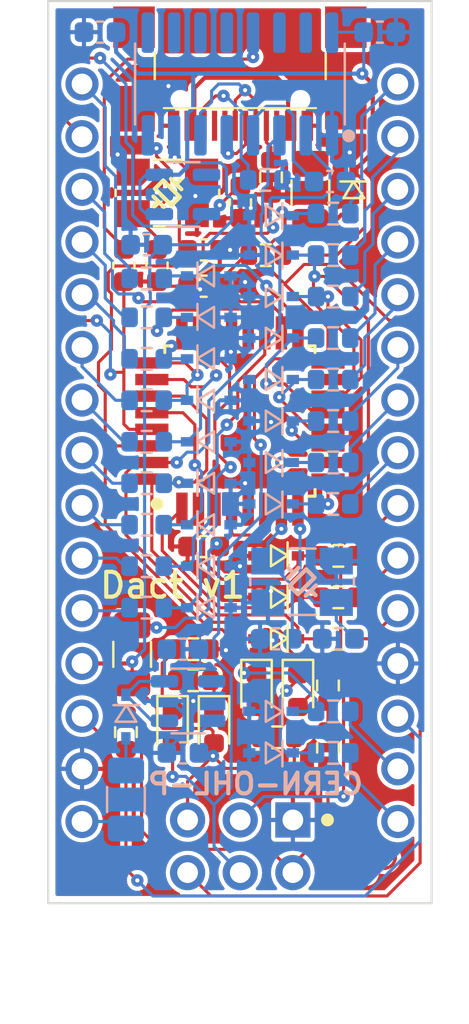
<source format=kicad_pcb>
(kicad_pcb (version 20211014) (generator pcbnew)
  (layers (0 "F.Cu" signal) (31 "B.Cu" signal) (34 "B.Paste" user) (35 "F.Paste" user) (36 "B.SilkS" user "B.Silkscreen") (37 "F.SilkS" user "F.Silkscreen") (38 "B.Mask" user) (39 "F.Mask" user) (44 "Edge.Cuts" user))
  (net 0 "")
  (net 1 "+5V")
  (net 2 "1{slash}TX_B")
  (net 3 "0{slash}RX_B")
  (net 4 "Net-(A1-Pad28)")
  (net 5 "2_B")
  (net 6 "3_B")
  (net 7 "4_B")
  (net 8 "5_B")
  (net 9 "6_B")
  (net 10 "7_B")
  (net 11 "8_B")
  (net 12 "9_B")
  (net 13 "10_B")
  (net 14 "11_B")
  (net 15 "12_B")
  (net 16 "13_B")
  (net 17 "+3.3V")
  (net 18 "AREF")
  (net 19 "A0_B")
  (net 20 "A1_B")
  (net 21 "A2_B")
  (net 22 "A3_B")
  (net 23 "A4_B")
  (net 24 "A5_B")
  (net 25 "A6_B")
  (net 26 "A7_B")
  (net 27 "Net-(A1-Pad30)")
  (net 28 "GND")
  (net 29 "VIN")
  (net 30 "Net-(C8-Pad1)")
  (net 31 "Net-(C9-Pad1)")
  (net 32 "Net-(C10-Pad2)")
  (net 33 "Net-(C12-Pad1)")
  (net 34 "RST")
  (net 35 "0{slash}RX")
  (net 36 "A0")
  (net 37 "A1")
  (net 38 "A2")
  (net 39 "A3")
  (net 40 "A4")
  (net 41 "A5")
  (net 42 "A6")
  (net 43 "A7")
  (net 44 "1{slash}TX")
  (net 45 "2")
  (net 46 "3")
  (net 47 "4")
  (net 48 "5")
  (net 49 "6")
  (net 50 "7")
  (net 51 "8")
  (net 52 "9")
  (net 53 "10")
  (net 54 "11")
  (net 55 "12")
  (net 56 "13")
  (net 57 "Net-(D23-Pad2)")
  (net 58 "Net-(D26-Pad1)")
  (net 59 "Net-(D27-Pad1)")
  (net 60 "Net-(D28-Pad2)")
  (net 61 "Net-(D29-Pad2)")
  (net 62 "Net-(D30-Pad2)")
  (net 63 "Net-(F3-Pad1)")
  (net 64 "Net-(J3-PadB5)")
  (net 65 "Net-(J3-PadA5)")
  (net 67 "Net-(J3-PadA6)")
  (net 68 "Net-(J3-PadA7)")
  (net 79 "Net-(C1-Pad2)")
  (net 80 "Net-(C2-Pad1)")
  (net 81 "Net-(C3-Pad1)")
  (net 82 "Net-(C14-Pad2)")
  (footprint "Resistor_SMD:R_0603_1608Metric" (layer "F.Cu") (at 153.87 85.56 -90)
    (fp_text reference "R32" hide)
    (fp_text value "1kΩ")
  )
  (footprint "Capacitor_SMD:C_0603_1608Metric" (layer "F.Cu") (at 147.87 66.31)
    (fp_text reference "C1" hide)
    (fp_text value "1µF")
  )
  (footprint "LED_SMD:LED_0603_1608Metric" (layer "F.Cu") (at 146.37 87.56 -90)
    (fp_text reference "D26" hide)
    (fp_text value "LED_Small")
  )
  (footprint "Capacitor_SMD:C_0603_1608Metric" (layer "F.Cu") (at 147.87 78.86)
    (fp_text reference "C14" hide)
    (fp_text value "100nF")
  )
  (footprint "Resistor_SMD:R_0603_1608Metric" (layer "F.Cu") (at 147.37 85.31 180)
    (fp_text reference "R31" hide)
    (fp_text value "1kΩ")
  )
  (footprint "DIY:TYPE-C-SMD" (layer "F.Cu") (at 149.51 53.5725 180)
    (fp_text reference "J3" hide)
    (fp_text value "USB_C_Receptacle_USB2.0")
  )
  (footprint "Resistor_SMD:R_0603_1608Metric" (layer "F.Cu") (at 151.42 88.06)
    (fp_text reference "R33" hide)
    (fp_text value "1kΩ")
  )
  (footprint "Package_QFP:TQFP-32_7x7mm_P0.8mm" (layer "F.Cu") (at 149.62 72.81 90)
    (fp_text reference "U1" hide)
    (fp_text value "ATmega328-A")
  )
  (footprint "Resistor_SMD:R_0603_1608Metric" (layer "F.Cu") (at 154.37 83.31)
    (fp_text reference "R11" hide)
    (fp_text value "220Ω")
  )
  (footprint "DIY:SOD323_bättre" (layer "F.Cu") (at 151.37 79.31 180)
    (fp_text reference "D13" hide)
    (fp_text value "Zener_5,1V")
  )
  (footprint "Capacitor_SMD:C_0603_1608Metric" (layer "F.Cu") (at 145.62 65.31 -90)
    (fp_text reference "C9" hide)
    (fp_text value "Crystal_TBD")
  )
  (footprint "DIY:SOD323_bättre" (layer "F.Cu") (at 151.37 81.31 180)
    (fp_text reference "D12" hide)
    (fp_text value "Zener_5,1V")
  )
  (footprint "DIY:SOD323_bättre" (layer "F.Cu") (at 151.37 83.31 180)
    (fp_text reference "D11" hide)
    (fp_text value "Zener_5,1V")
  )
  (footprint "Fuse:Fuse_1206_3216Metric" (layer "F.Cu") (at 144.42 84.06 90)
    (fp_text reference "F1" hide)
    (fp_text value "Polyfuse_200mA")
  )
  (footprint "Fuse:Fuse_1206_3216Metric" (layer "F.Cu") (at 153.02 61.81 -90)
    (fp_text reference "F3" hide)
    (fp_text value "Polyfuse_500mA")
  )
  (footprint "Resistor_SMD:R_0603_1608Metric" (layer "F.Cu") (at 150.87 64.81 180)
    (fp_text reference "R23" hide)
    (fp_text value "10kΩ")
  )
  (footprint "Crystal:Crystal_SMD_5032-4Pin_5.0x3.2mm" (layer "F.Cu") (at 146.12 61.81)
    (fp_text reference "Y2" hide)
    (fp_text value "Crystal_GND24_Small")
  )
  (footprint "Resistor_SMD:R_0603_1608Metric" (layer "F.Cu") (at 154.37 79.31)
    (fp_text reference "R13" hide)
    (fp_text value "220Ω")
  )
  (footprint "Resistor_SMD:R_0603_1608Metric" (layer "F.Cu") (at 147.37 83.81)
    (fp_text reference "R30" hide)
    (fp_text value "1kΩ")
  )
  (footprint "Resistor_SMD:R_0603_1608Metric" (layer "F.Cu") (at 153.87 88.56 90)
    (fp_text reference "R24" hide)
    (fp_text value "10kΩ")
  )
  (footprint "Resistor_SMD:R_0603_1608Metric" (layer "F.Cu") (at 151.12 61.06 -90)
    (fp_text reference "R29" hide)
    (fp_text value "5,1kΩ")
  )
  (footprint "Capacitor_SMD:C_0603_1608Metric" (layer "F.Cu") (at 144.02 65.31 -90)
    (fp_text reference "C12" hide)
    (fp_text value "100nF")
  )
  (footprint "Connector_PinHeader_2.54mm:PinHeader_2x03_P2.54mm_Vertical" (layer "F.Cu") (at 147.095 94.585 90)
    (fp_text reference "J2" hide)
    (fp_text value "Conn_02x03_Odd_Even")
  )
  (footprint "Module:Arduino_Nano" (layer "F.Cu") (at 157.24 92.12 180)
    (fp_text reference "A1" hide)
    (fp_text value "Arduino_Nano_v3.x")
  )
  (footprint "LED_SMD:LED_0603_1608Metric" (layer "F.Cu") (at 150.42 85.81 -90)
    (fp_text reference "D29" hide)
    (fp_text value "LED_Small")
  )
  (footprint "Resistor_SMD:R_0603_1608Metric" (layer "F.Cu") (at 144.12 87.81 90)
    (fp_text reference "R25" hide)
    (fp_text value "1kΩ")
  )
  (footprint "DIY:SOD323_bättre" (layer "F.Cu") (at 155.12 61.81 -90)
    (fp_text reference "D30" hide)
    (fp_text value "D_Schottky")
  )
  (footprint "Capacitor_SMD:C_0603_1608Metric" (layer "F.Cu") (at 147.87 64.56)
    (fp_text reference "C8" hide)
    (fp_text value "Crystal_TBD")
  )
  (footprint "LED_SMD:LED_0603_1608Metric" (layer "F.Cu") (at 152.42 85.81 -90)
    (fp_text reference "D28" hide)
    (fp_text value "LED_Small")
  )
  (footprint "LED_SMD:LED_0603_1608Metric" (layer "F.Cu") (at 148.37 87.56 -90)
    (fp_text reference "D27" hide)
    (fp_text value "LED_Small")
  )
  (footprint "Resistor_SMD:R_0603_1608Metric" (layer "F.Cu") (at 154.37 81.31)
    (fp_text reference "R12" hide)
    (fp_text value "220Ω")
  )
  (footprint "Capacitor_SMD:C_0603_1608Metric" (layer "F.Cu") (at 149.645 62.26 -90)
    (fp_text reference "C7" hide)
    (fp_text value "2,2µf+")
  )
  (footprint "Fuse:Fuse_1206_3216Metric" (layer "B.Cu") (at 144.12 91.06 -90)
    (fp_text reference "F2" hide)
    (fp_text value "Polyfuse_1A")
  )
  (footprint "Resistor_SMD:R_0603_1608Metric" (layer "B.Cu") (at 145.12 77.81 180)
    (fp_text reference "R7" hide)
    (fp_text value "220Ω")
  )
  (footprint "Resistor_SMD:R_0603_1608Metric" (layer "B.Cu") (at 145.12 67.81 180)
    (fp_text reference "R2" hide)
    (fp_text value "220Ω")
  )
  (footprint "Capacitor_SMD:C_0603_1608Metric" (layer "B.Cu") (at 146.87 83.81 180)
    (fp_text reference "C4" hide)
    (fp_text value "1µf+")
  )
  (footprint "Resistor_SMD:R_0603_1608Metric" (layer "B.Cu") (at 145.12 79.81 180)
    (fp_text reference "R8" hide)
    (fp_text value "220Ω")
  )
  (footprint "DIY:SOD323_bättre" (layer "B.Cu") (at 151.12 64.81 180)
    (fp_text reference "D20" hide)
    (fp_text value "Zener_5,1V")
  )
  (footprint "Package_SO:SOIC-16_3.9x9.9mm_P1.27mm" (layer "B.Cu") (at 149.62 56.56 90)
    (fp_text reference "U4" hide)
    (fp_text value "CH340G")
  )
  (footprint "Package_TO_SOT_SMD:SOT-23-5" (layer "B.Cu") (at 146.87 61.885)
    (fp_text reference "U3" hide)
    (fp_text value "LP2985-3.3")
  )
  (footprint "DIY:SOD323_bättre" (layer "B.Cu") (at 148.12 71.81)
    (fp_text reference "D4" hide)
    (fp_text value "Zener_5,1V")
  )
  (footprint "DIY:SOD323_bättre" (layer "B.Cu") (at 148.12 81.81)
    (fp_text reference "D9" hide)
    (fp_text value "Zener_5,1V")
  )
  (footprint "DIY:SOD323_bättre" (layer "B.Cu") (at 148.12 75.81)
    (fp_text reference "D6" hide)
    (fp_text value "Zener_5,1V")
  )
  (footprint "Resistor_SMD:R_0603_1608Metric" (layer "B.Cu") (at 154.12 76.81)
    (fp_text reference "R14" hide)
    (fp_text value "220Ω")
  )
  (footprint "DIY:SOD323_bättre" (layer "B.Cu") (at 151.12 86.81 180)
    (fp_text reference "D1" hide)
    (fp_text value "Zener_5,1V")
  )
  (footprint "Capacitor_SMD:C_0603_1608Metric" (layer "B.Cu") (at 146.87 88.81 180)
    (fp_text reference "C5" hide)
    (fp_text value "2,2µf+")
  )
  (footprint "Resistor_SMD:R_0603_1608Metric" (layer "B.Cu") (at 154.12 72.81)
    (fp_text reference "R16" hide)
    (fp_text value "220Ω")
  )
  (footprint "Resistor_SMD:R_0603_1608Metric" (layer "B.Cu") (at 154.12 74.81)
    (fp_text reference "R15" hide)
    (fp_text value "220Ω")
  )
  (footprint "Capacitor_SMD:C_0603_1608Metric" (layer "B.Cu") (at 145.12 64.31)
    (fp_text reference "C6" hide)
    (fp_text value "1µf+")
  )
  (footprint "Resistor_SMD:R_0603_1608Metric" (layer "B.Cu") (at 154.12 86.81)
    (fp_text reference "R1" hide)
    (fp_text value "220Ω")
  )
  (footprint "DIY:SOD323_bättre" (layer "B.Cu") (at 148.12 67.81)
    (fp_text reference "D2" hide)
    (fp_text value "Zener_5,1V")
  )
  (footprint "Resistor_SMD:R_0603_1608Metric" (layer "B.Cu") (at 154.12 70.81)
    (fp_text reference "R17" hide)
    (fp_text value "220Ω")
  )
  (footprint "Resistor_SMD:R_0603_1608Metric" (layer "B.Cu") (at 145.12 71.81 180)
    (fp_text reference "R4" hide)
    (fp_text value "220Ω")
  )
  (footprint "Capacitor_SMD:C_0603_1608Metric" (layer "B.Cu") (at 153.97 61.26 180)
    (fp_text reference "C10" hide)
    (fp_text value "100nF")
  )
  (footprint "DIY:SOD323_bättre" (layer "B.Cu") (at 151.12 68.81 180)
    (fp_text reference "D18" hide)
    (fp_text value "Zener_5,1V")
  )
  (footprint "Resistor_SMD:R_0603_1608Metric" (layer "B.Cu") (at 150.845 61.185 180)
    (fp_text reference "R28" hide)
    (fp_text value "5,1kΩ")
  )
  (footprint "Capacitor_SMD:C_0603_1608Metric" (layer "B.Cu") (at 151.37 83.31 180)
    (fp_text reference "C2" hide)
    (fp_text value "Crystal_TBD")
  )
  (footprint "DIY:SOD323_bättre" (layer "B.Cu") (at 148.12 77.81)
    (fp_text reference "D7" hide)
    (fp_text value "Zener_5,1V")
  )
  (footprint "DIY:SOD323_bättre" (layer "B.Cu") (at 148.12 65.81)
    (fp_text reference "D22" hide)
    (fp_text value "Zener_5,1V")
  )
  (footprint "Resistor_SMD:R_0603_1608Metric" (layer "B.Cu") (at 145.12 73.81 180)
    (fp_text reference "R5" hide)
    (fp_text value "220Ω")
  )
  (footprint "DIY:SOD323_bättre" (layer "B.Cu") (at 144.12 87.06 -90)
    (fp_text reference "D23" hide)
    (fp_text value "D_Schottky")
  )
  (footprint "Resistor_SMD:R_0603_1608Metric" (layer "B.Cu") (at 145.12 81.81 180)
    (fp_text reference "R9" hide)
    (fp_text value "220Ω")
  )
  (footprint "DIY:SOD323_bättre" (layer "B.Cu") (at 151.12 76.81 180)
    (fp_text reference "D14" hide)
    (fp_text value "Zener_5,1V")
  )
  (footprint "Resistor_SMD:R_0603_1608Metric" (layer "B.Cu") (at 154.12 66.81)
    (fp_text reference "R19" hide)
    (fp_text value "220Ω")
  )
  (footprint "Resistor_SMD:R_0603_1608Metric" (layer "B.Cu") (at 145.12 65.935 180)
    (fp_text reference "R22" hide)
    (fp_text value "220Ω")
  )
  (footprint "Resistor_SMD:R_0603_1608Metric" (layer "B.Cu") (at 154.12 62.81)
    (fp_text reference "R21" hide)
    (fp_text value "220Ω")
  )
  (footprint "DIY:SOD323_bättre" (layer "B.Cu") (at 151.12 72.81 180)
    (fp_text reference "D16" hide)
    (fp_text value "Zener_5,1V")
  )
  (footprint "Capacitor_SMD:C_0603_1608Metric" (layer "B.Cu") (at 154.37 83.31 180)
    (fp_text reference "C3" hide)
    (fp_text value "Crystal_TBD")
  )
  (footprint "Resistor_SMD:R_0603_1608Metric" (layer "B.Cu") (at 154.12 68.81)
    (fp_text reference "R18" hide)
    (fp_text value "220Ω")
  )
  (footprint "DIY:SOD323_bättre" (layer "B.Cu") (at 151.12 66.81 180)
    (fp_text reference "D19" hide)
    (fp_text value "Zener_5,1V")
  )
  (footprint "Resistor_SMD:R_0603_1608Metric" (layer "B.Cu") (at 154.12 88.8125)
    (fp_text reference "R10" hide)
    (fp_text value "220Ω")
  )
  (footprint "DIY:SOD323_bättre" (layer "B.Cu") (at 151.12 62.91 180)
    (fp_text reference "D21" hide)
    (fp_text value "Zener_5,1V")
  )
  (footprint "Resistor_SMD:R_0603_1608Metric" (layer "B.Cu") (at 145.12 69.81 180)
    (fp_text reference "R3" hide)
    (fp_text value "220Ω")
  )
  (footprint "DIY:SOD323_bättre" (layer "B.Cu") (at 151.12 74.81 180)
    (fp_text reference "D15" hide)
    (fp_text value "Zener_5,1V")
  )
  (footprint "DIY:SOD323_bättre" (layer "B.Cu") (at 148.12 79.81)
    (fp_text reference "D8" hide)
    (fp_text value "Zener_5,1V")
  )
  (footprint "DIY:SOD323_bättre" (layer "B.Cu") (at 151.12 70.81 180)
    (fp_text reference "D17" hide)
    (fp_text value "Zener_5,1V")
  )
  (footprint "DIY:SOD323_bättre" (layer "B.Cu") (at 148.12 73.81)
    (fp_text reference "D5" hide)
    (fp_text value "Zener_5,1V")
  )
  (footprint "Package_TO_SOT_SMD:SOT-23-5" (layer "B.Cu") (at 147.12 86.31)
    (fp_text reference "U2" hide)
    (fp_text value "LP2985-5.0")
  )
  (footprint "Resistor_SMD:R_0603_1608Metric" (layer "B.Cu") (at 145.12 75.81 180)
    (fp_text reference "R6" hide)
    (fp_text value "220Ω")
  )
  (footprint "Capacitor_SMD:C_0603_1608Metric" (layer "B.Cu") (at 156.37 54.06 180)
    (fp_text reference "C11" hide)
    (fp_text value "100nF")
  )
  (footprint "DIY:SOD323_bättre" (layer "B.Cu") (at 148.12 69.81)
    (fp_text reference "D3" hide)
    (fp_text value "Zener_5,1V")
  )
  (footprint "DIY:SOD323_bättre" (layer "B.Cu") (at 151.12 88.8125 180)
    (fp_text reference "D10" hide)
    (fp_text value "Zener_5,1V")
  )
  (footprint "Crystal:Crystal_SMD_5032-4Pin_5.0x3.2mm" (layer "B.Cu") (at 152.62 80.56 180)
    (fp_text reference "Y1" hide)
    (fp_text value "Crystal_GND24_Small")
  )
  (footprint "Resistor_SMD:R_0603_1608Metric" (layer "B.Cu") (at 154.12 64.81)
    (fp_text reference "R20" hide)
    (fp_text value "220Ω")
  )
  (footprint "Capacitor_SMD:C_0603_1608Metric" (layer "B.Cu") (at 142.87 54.06 180)
    (fp_text reference "C13" hide)
    (fp_text value "2,2µf+")
  )
  (gr_line (start 155.367243 93.857044) (end 155.391324 93.858485) (layer "F.Cu") (width 0.15))
  (gr_line (start 155.399627 93.103539) (end 155.439745 93.10002) (layer "F.Cu") (width 0.15))
  (gr_line (start 155.928086 93.233414) (end 155.896713 93.218201) (layer "F.Cu") (width 0.15))
  (gr_line (start 156.855674 93.569318) (end 156.928564 93.602241) (layer "F.Cu") (width 0.15))
  (gr_line (start 154.953231 93.233414) (end 154.984606 93.218201) (layer "F.Cu") (width 0.15))
  (gr_line (start 156.213612 93.507502) (end 156.187947 93.538204) (layer "F.Cu") (width 0.15))
  (gr_line (start 155.203434 92.865306) (end 155.179336 92.851404) (layer "F.Cu") (width 0.15))
  (gr_line (start 154.731642 92.819083) (end 154.704355 92.833171) (layer "F.Cu") (width 0.15))
  (gr_line (start 154.248951 94.378503) (end 154.295751 94.38011) (layer "F.Cu") (width 0.15))
  (gr_line (start 155.662703 93.273398) (end 155.679954 93.260617) (layer "F.Cu") (width 0.15))
  (gr_line (start 154.295751 94.38011) (end 154.341991 94.376817) (layer "F.Cu") (width 0.15))
  (gr_line (start 154.719803 93.566968) (end 154.746972 93.593909) (layer "F.Cu") (width 0.15))
  (gr_line (start 155.746309 92.722535) (end 155.755238 92.735125) (layer "F.Cu") (width 0.15))
  (gr_line (start 154.892183 94.804872) (end 154.914911 94.835815) (layer "F.Cu") (width 0.15))
  (gr_line (start 157.118941 93.810477) (end 157.123778 93.840737) (layer "F.Cu") (width 0.15))
  (gr_line (start 156.287115 93.39861) (end 156.262444 93.439825) (layer "F.Cu") (width 0.15))
  (gr_line (start 154.107652 93.540338) (end 154.025732 93.569318) (layer "F.Cu") (width 0.15))
  (gr_line (start 155.140144 93.200138) (end 155.126148 93.182947) (layer "F.Cu") (width 0.15))
  (gr_line (start 155.557054 93.32058) (end 155.58128 93.313552) (layer "F.Cu") (width 0.15))
  (gr_line (start 154.61889 93.439825) (end 154.678482 93.39796) (layer "F.Cu") (width 0.15))
  (gr_line (start 155.865137 93.203724) (end 155.83335 93.190015) (layer "F.Cu") (width 0.15))
  (gr_line (start 155.795171 92.808607) (end 155.795171 92.808607) (layer "F.Cu") (width 0.15))
  (gr_line (start 154.884279 92.779673) (end 154.852019 92.783216) (layer "F.Cu") (width 0.15))
  (gr_line (start 155.286833 94.918159) (end 155.32556 94.90168) (layer "F.Cu") (width 0.15))
  (gr_line (start 156.338745 93.27991) (end 156.325138 93.318592) (layer "F.Cu") (width 0.15))
  (gr_line (start 154.025732 93.569318) (end 153.952842 93.602241) (layer "F.Cu") (width 0.15))
  (gr_line (start 153.96015 94.245535) (end 154.008898 94.284202) (layer "F.Cu") (width 0.15))
  (gr_line (start 156.921255 94.245535) (end 156.872507 94.284202) (layer "F.Cu") (width 0.15))
  (gr_line (start 155.758861 93.814432) (end 155.716537 93.825091) (layer "F.Cu") (width 0.15))
  (gr_line (start 155.439745 93.10002) (end 155.439745 93.10002) (layer "F.Cu") (width 0.15))
  (gr_line (start 156.202882 92.849189) (end 156.227282 92.867074) (layer "F.Cu") (width 0.15))
  (gr_line (start 156.991459 93.639527) (end 157.018856 93.659938) (layer "F.Cu") (width 0.15))
  (gr_line (start 155.358096 93.10844) (end 155.399627 93.103539) (layer "F.Cu") (width 0.15))
  (gr_line (start 155.592378 94.918159) (end 155.55361 94.90168) (layer "F.Cu") (width 0.15))
  (gr_line (start 155.08616 92.808607) (end 155.08616 92.808607) (layer "F.Cu") (width 0.15))
  (gr_line (start 155.988724 94.020467) (end 155.80059 93.802907) (layer "F.Cu") (width 0.15))
  (gr_line (start 154.826412 94.593177) (end 154.832394 94.643048) (layer "F.Cu") (width 0.15))
  (gr_line (start 154.556195 93.318592) (end 154.573363 93.358179) (layer "F.Cu") (width 0.15))
  (gr_line (start 155.101218 92.777073) (end 155.093542 92.792458) (layer "F.Cu") (width 0.15))
  (gr_line (start 155.673415 93.834686) (end 155.629347 93.84302) (layer "F.Cu") (width 0.15))
  (gr_line (start 155.669621 94.938959) (end 155.631128 94.930579) (layer "F.Cu") (width 0.15))
  (gr_line (start 155.423044 93.072631) (end 155.404961 93.046428) (layer "F.Cu") (width 0.15))
  (gr_line (start 155.514068 93.857044) (end 155.489988 93.858485) (layer "F.Cu") (width 0.15))
  (gr_line (start 154.98504 93.757645) (end 155.016697 93.773365) (layer "F.Cu") (width 0.15))
  (gr_line (start 155.881861 94.905499) (end 155.849906 94.920947) (layer "F.Cu") (width 0.15))
  (gr_line (start 154.105859 94.340635) (end 154.153937 94.35913) (layer "F.Cu") (width 0.15))
  (gr_line (start 156.008032 94.770104) (end 155.988072 94.804872) (layer "F.Cu") (width 0.15))
  (gr_line (start 154.536239 93.039524) (end 154.528519 93.070187) (layer "F.Cu") (width 0.15))
  (gr_line (start 154.678482 93.39796) (end 154.738521 93.357713) (layer "F.Cu") (width 0.15))
  (gr_line (start 155.275385 92.914575) (end 155.2516 92.8969) (layer "F.Cu") (width 0.15))
  (gr_line (start 154.944677 94.061674) (end 154.911531 94.140815) (layer "F.Cu") (width 0.15))
  (gr_line (start 156.345092 93.039524) (end 156.352812 93.070187) (layer "F.Cu") (width 0.15))
  (gr_line (start 156.67975 94.371631) (end 156.632456 94.378503) (layer "F.Cu") (width 0.15))
  (gr_line (start 155.163537 92.689202) (end 155.153783 92.699763) (layer "F.Cu") (width 0.15))
  (gr_line (start 154.89214 93.705307) (end 154.922716 93.723732) (layer "F.Cu") (width 0.15))
  (gr_line (start 154.940277 94.862913) (end 154.968043 94.886148) (layer "F.Cu") (width 0.15))
  (gr_line (start 154.746972 93.593909) (end 154.774825 93.619143) (layer "F.Cu") (width 0.15))
  (gr_line (start 155.80059 93.802907) (end 155.852316 93.892701) (layer "F.Cu") (width 0.15))
  (gr_line (start 155.052164 92.797509) (end 155.018137 92.789001) (layer "F.Cu") (width 0.15))
  (gr_line (start 155.741122 93.200138) (end 155.755221 93.182947) (layer "F.Cu") (width 0.15))
  (gr_line (start 155.016183 93.203724) (end 155.047972 93.190015) (layer "F.Cu") (width 0.15))
  (gr_line (start 153.911314 94.199415) (end 153.96015 94.245535) (layer "F.Cu") (width 0.15))
  (gr_line (start 153.838013 93.681599) (end 153.816458 93.70456) (layer "F.Cu") (width 0.15))
  (gr_line (start 156.091488 92.796931) (end 156.121149 92.806982) (layer "F.Cu") (width 0.15))
  (gr_line (start 154.432519 94.356989) (end 154.476672 94.341185) (layer "F.Cu") (width 0.15))
  (gr_line (start 155.080769 93.802907) (end 155.122445 93.814432) (layer "F.Cu") (width 0.15))
  (gr_line (start 155.77219 92.762359) (end 155.780194 92.777039) (layer "F.Cu") (width 0.15))
  (gr_line (start 156.271045 92.908209) (end 156.290153 92.931337) (layer "F.Cu") (width 0.15))
  (gr_line (start 155.108687 92.817369) (end 155.08616 92.808607) (layer "F.Cu") (width 0.15))
  (gr_line (start 157.047132 94.100801) (end 157.018948 94.145477) (layer "F.Cu") (width 0.15))
  (gr_line (start 156.054092 94.482273) (end 156.05638 94.539579) (layer "F.Cu") (width 0.15))
  (gr_line (start 154.008898 94.284202) (end 154.05749 94.31578) (layer "F.Cu") (width 0.15))
  (gr_line (start 153.776538 93.97848) (end 153.791434 94.017355) (layer "F.Cu") (width 0.15))
  (gr_line (start 154.842198 94.689173) (end 154.85559 94.731531) (layer "F.Cu") (width 0.15))
  (gr_line (start 157.123778 93.840737) (end 157.124911 93.872615) (layer "F.Cu") (width 0.15))
  (gr_line (start 155.492729 92.582917) (end 155.519009 92.587143) (layer "F.Cu") (width 0.15))
  (gr_line (start 154.39794 93.472839) (end 154.294721 93.49252) (layer "F.Cu") (width 0.15))
  (gr_line (start 155.209701 94.938959) (end 155.248134 94.930579) (layer "F.Cu") (width 0.15))
  (gr_line (start 155.456491 93.072631) (end 155.47463 93.046428) (layer "F.Cu") (width 0.15))
  (gr_line (start 155.852316 93.892701) (end 155.897598 93.978963) (layer "F.Cu") (width 0.15))
  (gr_line (start 153.862457 94.145477) (end 153.911314 94.199415) (layer "F.Cu") (width 0.15))
  (gr_line (start 156.052837 94.087864) (end 155.988724 94.020467) (layer "F.Cu") (width 0.15))
  (gr_line (start 155.080817 93.802907) (end 155.080817 93.802907) (layer "F.Cu") (width 0.15))
  (gr_line (start 154.591177 92.931337) (end 154.574091 92.956094) (layer "F.Cu") (width 0.15))
  (gr_line (start 155.629347 93.84302) (end 155.584185 93.849895) (layer "F.Cu") (width 0.15))
  (gr_line (start 154.803313 93.642785) (end 154.832393 93.664949) (layer "F.Cu") (width 0.15))
  (gr_line (start 154.92205 93.249328) (end 154.953231 93.233414) (layer "F.Cu") (width 0.15))
  (gr_line (start 155.217521 93.273398) (end 155.200507 93.260617) (layer "F.Cu") (width 0.15))
  (gr_line (start 155.364079 94.881122) (end 155.402153 94.856466) (layer "F.Cu") (width 0.15))
  (gr_line (start 155.863193 92.789001) (end 155.897123 92.783023) (layer "F.Cu") (width 0.15))
  (gr_line (start 156.077998 93.642785) (end 156.048918 93.664949) (layer "F.Cu") (width 0.15))
  (gr_line (start 154.201657 94.371631) (end 154.248951 94.378503) (layer "F.Cu") (width 0.15))
  (gr_line (start 155.927612 93.741139) (end 155.896268 93.757645) (layer "F.Cu") (width 0.15))
  (gr_line (start 155.795171 92.808607) (end 155.829166 92.797509) (layer "F.Cu") (width 0.15))
  (gr_line (start 155.439773 93.10002) (end 155.456491 93.072631) (layer "F.Cu") (width 0.15))
  (gr_line (start 155.16477 93.825091) (end 155.207893 93.834686) (layer "F.Cu") (width 0.15))
  (gr_line (start 156.318989 94.299617) (end 156.27753 94.274583) (layer "F.Cu") (width 0.15))
  (gr_line (start 155.194305 92.66113) (end 155.183807 92.669905) (layer "F.Cu") (width 0.15))
  (gr_line (start 155.697491 92.669183) (end 155.70778 92.678631) (layer "F.Cu") (width 0.15))
  (gr_line (start 155.619148 92.618248) (end 155.642569 92.630257) (layer "F.Cu") (width 0.15))
  (gr_line (start 154.521842 93.169893) (end 154.52554 93.2055) (layer "F.Cu") (width 0.15))
  (gr_line (start 153.920084 93.620312) (end 153.889947 93.639527) (layer "F.Cu") (width 0.15))
  (gr_line (start 155.80059 93.802907) (end 155.80059 93.802907) (layer "F.Cu") (width 0.15))
  (gr_line (start 155.063374 94.932473) (end 155.098371 94.940056) (layer "F.Cu") (width 0.15))
  (gr_line (start 155.41579 93.859413) (end 155.440659 93.859804) (layer "F.Cu") (width 0.15))
  (gr_line (start 155.018137 92.789001) (end 154.984206 92.783023) (layer "F.Cu") (width 0.15))
  (gr_line (start 155.466097 92.579837) (end 155.492729 92.582917) (layer "F.Cu") (width 0.15))
  (gr_line (start 155.832684 93.788414) (end 155.800535 93.802907) (layer "F.Cu") (width 0.15))
  (gr_line (start 155.725746 92.838775) (end 155.749433 92.827428) (layer "F.Cu") (width 0.15))
  (gr_line (start 153.770888 93.781782) (end 153.762465 93.810477) (layer "F.Cu") (width 0.15))
  (gr_line (start 155.997049 92.779673) (end 156.02931 92.783216) (layer "F.Cu") (width 0.15))
  (gr_line (start 156.19778 94.21784) (end 156.122703 94.154628) (layer "F.Cu") (width 0.15))
  (gr_line (start 154.667698 93.507502) (end 154.693363 93.538204) (layer "F.Cu") (width 0.15))
  (gr_line (start 154.618919 93.439825) (end 154.506327 93.455414) (layer "F.Cu") (width 0.15))
  (gr_line (start 154.197637 93.514879) (end 154.107652 93.540338) (layer "F.Cu") (width 0.15))
  (gr_line (start 155.189623 93.141206) (end 155.230916 93.131104) (layer "F.Cu") (width 0.15))
  (gr_line (start 154.922716 93.723732) (end 154.953698 93.741139) (layer "F.Cu") (width 0.15))
  (gr_line (start 155.936672 94.061674) (end 155.969776 94.140815) (layer "F.Cu") (width 0.15))
  (gr_line (start 155.465524 93.859413) (end 155.440657 93.859804) (layer "F.Cu") (width 0.15))
  (gr_line (start 155.521701 93.10844) (end 155.479965 93.103539) (layer "F.Cu") (width 0.15))
  (gr_line (start 155.519009 92.587143) (end 155.544865 92.592653) (layer "F.Cu") (width 0.15))
  (gr_line (start 156.106486 93.619143) (end 156.077998 93.642785) (layer "F.Cu") (width 0.15))
  (gr_line (start 154.789841 92.796931) (end 154.76018 92.806982) (layer "F.Cu") (width 0.15))
  (gr_line (start 155.315741 93.114689) (end 155.358096 93.10844) (layer "F.Cu") (width 0.15))
  (gr_line (start 155.696268 93.246847) (end 155.711799 93.232142) (layer "F.Cu") (width 0.15))
  (gr_line (start 155.171772 94.943319) (end 155.209701 94.938959) (layer "F.Cu") (width 0.15))
  (gr_line (start 155.144296 92.710956) (end 155.135087 92.722801) (layer "F.Cu") (width 0.15))
  (gr_line (start 153.76583 93.941434) (end 153.776538 93.97848) (layer "F.Cu") (width 0.15))
  (gr_line (start 155.2516 92.8969) (end 155.227569 92.880474) (layer "F.Cu") (width 0.15))
  (gr_line (start 154.532412 93.242192) (end 154.542588 93.27991) (layer "F.Cu") (width 0.15))
  (gr_line (start 154.05749 94.31578) (end 154.105859 94.340635) (layer "F.Cu") (width 0.15))
  (gr_line (start 155.112222 93.165036) (end 155.13074 93.158635) (layer "F.Cu") (width 0.15))
  (gr_line (start 155.939764 94.862913) (end 155.911893 94.886148) (layer "F.Cu") (width 0.15))
  (gr_line (start 154.506327 93.455414) (end 154.39794 93.472839) (layer "F.Cu") (width 0.15))
  (gr_line (start 155.642569 92.630257) (end 155.665197 92.644233) (layer "F.Cu") (width 0.15))
  (gr_line (start 155.109221 92.762434) (end 155.101218 92.777073) (layer "F.Cu") (width 0.15))
  (gr_line (start 155.255017 93.295776) (end 155.235636 93.285135) (layer "F.Cu") (width 0.15))
  (gr_line (start 154.950501 92.779516) (end 154.917149 92.77842) (layer "F.Cu") (width 0.15))
  (gr_line (start 155.29878 92.933492) (end 155.275385 92.914575) (layer "F.Cu") (width 0.15))
  (gr_line (start 155.755221 93.182947) (end 155.769147 93.165036) (layer "F.Cu") (width 0.15))
  (gr_line (start 154.573363 93.358179) (end 154.594218 93.39861) (layer "F.Cu") (width 0.15))
  (gr_line (start 156.176974 92.833171) (end 156.202882 92.849189) (layer "F.Cu") (width 0.15))
  (gr_line (start 155.896713 93.218201) (end 155.865137 93.203724) (layer "F.Cu") (width 0.15))
  (gr_line (start 155.707619 94.943319) (end 155.669621 94.938959) (layer "F.Cu") (width 0.15))
  (gr_line (start 156.134338 93.593909) (end 156.106486 93.619143) (layer "F.Cu") (width 0.15))
  (gr_line (start 155.321646 92.953642) (end 155.29878 92.933492) (layer "F.Cu") (width 0.15))
  (gr_line (start 155.515061 94.881122) (end 155.476969 94.856466) (layer "F.Cu") (width 0.15))
  (gr_line (start 155.184429 93.246847) (end 155.169119 93.232142) (layer "F.Cu") (width 0.15))
  (gr_line (start 153.862549 93.659938) (end 153.838013 93.681599) (layer "F.Cu") (width 0.15))
  (gr_line (start 156.01903 94.288306) (end 156.035655 94.356617) (layer "F.Cu") (width 0.15))
  (gr_line (start 155.402153 94.856466) (end 155.439544 94.827692) (layer "F.Cu") (width 0.15))
  (gr_line (start 156.683768 93.514879) (end 156.773754 93.540338) (layer "F.Cu") (width 0.15))
  (gr_line (start 155.988072 94.804872) (end 155.965236 94.835815) (layer "F.Cu") (width 0.15))
  (gr_line (start 155.686959 92.660312) (end 155.697491 92.669183) (layer "F.Cu") (width 0.15))
  (gr_line (start 155.731389 93.152527) (end 155.691424 93.141206) (layer "F.Cu") (width 0.15))
  (gr_line (start 156.775547 94.340635) (end 156.727469 94.35913) (layer "F.Cu") (width 0.15))
  (gr_line (start 154.678447 92.849189) (end 154.654047 92.867074) (layer "F.Cu") (width 0.15))
  (gr_line (start 155.737089 92.710608) (end 155.746309 92.722535) (layer "F.Cu") (width 0.15))
  (gr_line (start 154.528519 93.070187) (end 154.52346 93.102177) (layer "F.Cu") (width 0.15))
  (gr_line (start 153.757628 93.840737) (end 153.756495 93.872615) (layer "F.Cu") (width 0.15))
  (gr_line (start 155.749433 92.827428) (end 155.772623 92.817369) (layer "F.Cu") (width 0.15))
  (gr_line (start 156.250046 92.886767) (end 156.271045 92.908209) (layer "F.Cu") (width 0.15))
  (gr_line (start 157.070767 94.058112) (end 157.047132 94.100801) (layer "F.Cu") (width 0.15))
  (gr_line (start 155.238479 92.631421) (end 155.215975 92.645235) (layer "F.Cu") (width 0.15))
  (gr_line (start 155.800535 93.802907) (end 155.800535 93.802907) (layer "F.Cu") (width 0.15))
  (gr_line (start 155.47463 93.046428) (end 155.494042 93.02142) (layer "F.Cu") (width 0.15))
  (gr_line (start 156.872507 94.284202) (end 156.823915 94.31578) (layer "F.Cu") (width 0.15))
  (gr_line (start 155.676191 92.652001) (end 155.686959 92.660312) (layer "F.Cu") (width 0.15))
  (gr_line (start 155.122445 93.814432) (end 155.16477 93.825091) (layer "F.Cu") (width 0.15))
  (gr_line (start 155.40718 93.33358) (end 155.37672 93.330648) (layer "F.Cu") (width 0.15))
  (gr_line (start 154.758704 94.154628) (end 154.828569 94.087864) (layer "F.Cu") (width 0.15))
  (gr_line (start 155.016697 93.773365) (end 155.048622 93.788414) (layer "F.Cu") (width 0.15))
  (gr_line (start 154.891054 93.265912) (end 154.92205 93.249328) (layer "F.Cu") (width 0.15))
  (gr_line (start 155.134583 94.943678) (end 155.171772 94.943319) (layer "F.Cu") (width 0.15))
  (gr_line (start 155.86461 93.773365) (end 155.832684 93.788414) (layer "F.Cu") (width 0.15))
  (gr_line (start 157.110518 93.781782) (end 157.118941 93.810477) (layer "F.Cu") (width 0.15))
  (gr_line (start 154.76018 92.806982) (end 154.731642 92.819083) (layer "F.Cu") (width 0.15))
  (gr_line (start 156.970091 94.199415) (end 156.921255 94.245535) (layer "F.Cu") (width 0.15))
  (gr_line (start 155.235636 93.285135) (end 155.217521 93.273398) (layer "F.Cu") (width 0.15))
  (gr_line (start 155.716537 93.825091) (end 155.673415 93.834686) (layer "F.Cu") (width 0.15))
  (gr_line (start 155.772623 92.817369) (end 155.795171 92.808607) (layer "F.Cu") (width 0.15))
  (gr_line (start 156.02931 92.783216) (end 156.060832 92.788989) (layer "F.Cu") (width 0.15))
  (gr_line (start 154.738521 93.357713) (end 154.799081 93.319349) (layer "F.Cu") (width 0.15))
  (gr_line (start 155.691424 93.141206) (end 155.64984 93.131104) (layer "F.Cu") (width 0.15))
  (gr_line (start 155.677476 92.865306) (end 155.701712 92.851404) (layer "F.Cu") (width 0.15))
  (gr_line (start 155.990264 93.265912) (end 155.959267 93.249328) (layer "F.Cu") (width 0.15))
  (gr_line (start 155.179336 92.851404) (end 155.155418 92.838775) (layer "F.Cu") (width 0.15))
  (gr_line (start 155.479965 93.103539) (end 155.43977 93.10002) (layer "F.Cu") (width 0.15))
  (gr_line (start 155.43977 93.10002) (end 155.43977 93.10002) (layer "F.Cu") (width 0.15))
  (gr_line (start 155.047972 93.190015) (end 155.079982 93.177108) (layer "F.Cu") (width 0.15))
  (gr_line (start 155.628991 92.8969) (end 155.653186 92.880474) (layer "F.Cu") (width 0.15))
  (gr_line (start 155.285679 92.609432) (end 155.26174 92.619537) (layer "F.Cu") (width 0.15))
  (gr_line (start 155.251961 93.84302) (end 155.297123 93.849895) (layer "F.Cu") (width 0.15))
  (gr_line (start 155.155418 92.838775) (end 155.131821 92.827428) (layer "F.Cu") (width 0.15))
  (gr_line (start 155.439169 92.577766) (end 155.412805 92.580348) (layer "F.Cu") (width 0.15))
  (gr_line (start 153.782775 93.754599) (end 153.770888 93.781782) (layer "F.Cu") (width 0.15))
  (gr_line (start 156.773754 93.540338) (end 156.855674 93.569318) (layer "F.Cu") (width 0.15))
  (gr_line (start 156.060832 92.788989) (end 156.091488 92.796931) (layer "F.Cu") (width 0.15))
  (gr_line (start 155.64984 93.131104) (end 155.607271 93.122255) (layer "F.Cu") (width 0.15))
  (gr_line (start 156.054364 94.593177) (end 156.048284 94.643048) (layer "F.Cu") (width 0.15))
  (gr_line (start 156.585655 94.38011) (end 156.539415 94.376817) (layer "F.Cu") (width 0.15))
  (gr_line (start 155.514579 92.997615) (end 155.536095 92.975019) (layer "F.Cu") (width 0.15))
  (gr_line (start 155.34852 93.326296) (end 155.322416 93.32058) (layer "F.Cu") (width 0.15))
  (gr_line (start 155.476969 94.856466) (end 155.439573 94.827692) (layer "F.Cu") (width 0.15))
  (gr_line (start 155.564347 93.114689) (end 155.521701 93.10844) (layer "F.Cu") (width 0.15))
  (gr_line (start 155.27583 93.305266) (end 155.255017 93.295776) (layer "F.Cu") (width 0.15))
  (gr_line (start 154.631284 92.886767) (end 154.610284 92.908209) (layer "F.Cu") (width 0.15))
  (gr_line (start 154.983783 93.978963) (end 154.944677 94.061674) (layer "F.Cu") (width 0.15))
  (gr_line (start 153.759189 93.906163) (end 153.76583 93.941434) (layer "F.Cu") (width 0.15))
  (gr_line (start 157.089972 94.017355) (end 157.070767 94.058112) (layer "F.Cu") (width 0.15))
  (gr_line (start 155.896268 93.757645) (end 155.86461 93.773365) (layer "F.Cu") (width 0.15))
  (gr_line (start 155.112222 93.165036) (end 155.112222 93.165036) (layer "F.Cu") (width 0.15))
  (gr_line (start 156.334837 93.010247) (end 156.345092 93.039524) (layer "F.Cu") (width 0.15))
  (gr_line (start 154.610284 92.908209) (end 154.591177 92.931337) (layer "F.Cu") (width 0.15))
  (gr_line (start 155.502888 93.330648) (end 155.530975 93.326296) (layer "F.Cu") (width 0.15))
  (gr_line (start 156.019294 93.685752) (end 155.98917 93.705307) (layer "F.Cu") (width 0.15))
  (gr_line (start 155.83335 93.190015) (end 155.801342 93.177108) (layer "F.Cu") (width 0.15))
  (gr_line (start 155.769106 93.165036) (end 155.750568 93.158635) (layer "F.Cu") (width 0.15))
  (gr_line (start 155.080817 93.802907) (end 155.029083 93.892701) (layer "F.Cu") (width 0.15))
  (gr_line (start 154.820497 92.788989) (end 154.789841 92.796931) (layer "F.Cu") (width 0.15))
  (gr_line (start 156.149687 92.819083) (end 156.176974 92.833171) (layer "F.Cu") (width 0.15))
  (gr_line (start 154.153937 94.35913) (end 154.201657 94.371631) (layer "F.Cu") (width 0.15))
  (gr_line (start 155.605037 92.914575) (end 155.628991 92.8969) (layer "F.Cu") (width 0.15))
  (gr_line (start 155.530975 93.326296) (end 155.557054 93.32058) (layer "F.Cu") (width 0.15))
  (gr_line (start 156.187947 93.538204) (end 156.161507 93.566968) (layer "F.Cu") (width 0.15))
  (gr_line (start 156.035655 94.356617) (end 156.047263 94.421279) (layer "F.Cu") (width 0.15))
  (gr_line (start 154.892683 94.020467) (end 155.080817 93.802907) (layer "F.Cu") (width 0.15))
  (gr_line (start 156.36014 93.135432) (end 156.35949 93.169893) (layer "F.Cu") (width 0.15))
  (gr_line (start 156.539415 94.376817) (end 156.493804 94.368988) (layer "F.Cu") (width 0.15))
  (gr_line (start 155.08616 92.808607) (end 155.052164 92.797509) (layer "F.Cu") (width 0.15))
  (gr_line (start 155.343838 92.975019) (end 155.321646 92.953642) (layer "F.Cu") (width 0.15))
  (gr_line (start 156.237105 94.247202) (end 156.19778 94.21784) (layer "F.Cu") (width 0.15))
  (gr_line (start 155.173548 92.679256) (end 155.163537 92.689202) (layer "F.Cu") (width 0.15))
  (gr_line (start 157.018856 93.659938) (end 157.043393 93.681599) (layer "F.Cu") (width 0.15))
  (gr_line (start 155.607271 93.122255) (end 155.564347 93.114689) (layer "F.Cu") (width 0.15))
  (gr_line (start 154.603877 94.274583) (end 154.644302 94.247202) (layer "F.Cu") (width 0.15))
  (gr_line (start 155.273151 93.122255) (end 155.315741 93.114689) (layer "F.Cu") (width 0.15))
  (gr_line (start 154.774825 93.619143) (end 154.803313 93.642785) (layer "F.Cu") (width 0.15))
  (gr_line (start 155.595008 92.608068) (end 155.619148 92.618248) (layer "F.Cu") (width 0.15))
  (gr_line (start 154.984606 93.218201) (end 155.016183 93.203724) (layer "F.Cu") (width 0.15))
  (gr_line (start 154.559154 92.982417) (end 154.546494 93.010247) (layer "F.Cu") (width 0.15))
  (gr_line (start 155.322416 93.32058) (end 155.298241 93.313552) (layer "F.Cu") (width 0.15))
  (gr_line (start 155.20503 92.652913) (end 155.194305 92.66113) (layer "F.Cu") (width 0.15))
  (gr_line (start 157.083401 93.728876) (end 157.098631 93.754599) (layer "F.Cu") (width 0.15))
  (gr_line (start 155.544865 92.592653) (end 155.570223 92.599582) (layer "F.Cu") (width 0.15))
  (gr_line (start 155.763869 92.748394) (end 155.77219 92.762359) (layer "F.Cu") (width 0.15))
  (gr_line (start 156.961321 93.620312) (end 156.991459 93.639527) (layer "F.Cu") (width 0.15))
  (gr_line (start 155.631128 94.930579) (end 155.592378 94.918159) (layer "F.Cu") (width 0.15))
  (gr_line (start 155.32556 94.90168) (end 155.364079 94.881122) (layer "F.Cu") (width 0.15))
  (gr_line (start 155.711799 93.232142) (end 155.726699 93.216554) (layer "F.Cu") (width 0.15))
  (gr_line (start 157.124911 93.872615) (end 157.122217 93.906163) (layer "F.Cu") (width 0.15))
  (gr_line (start 155.472642 93.33358) (end 155.502888 93.330648) (layer "F.Cu") (width 0.15))
  (gr_line (start 157.043393 93.681599) (end 157.064948 93.70456) (layer "F.Cu") (width 0.15))
  (gr_line (start 155.098371 94.940056) (end 155.134583 94.943678) (layer "F.Cu") (width 0.15))
  (gr_line (start 155.787871 92.792449) (end 155.795212 92.808607) (layer "F.Cu") (width 0.15))
  (gr_line (start 155.169119 93.232142) (end 155.154413 93.216554) (layer "F.Cu") (width 0.15))
  (gr_line (start 155.584185 93.849895) (end 155.561148 93.852725) (layer "F.Cu") (width 0.15))
  (gr_line (start 156.307971 93.358179) (end 156.287115 93.39861) (layer "F.Cu") (width 0.15))
  (gr_line (start 154.642854 93.474748) (end 154.667698 93.507502) (layer "F.Cu") (width 0.15))
  (gr_line (start 154.872331 94.770104) (end 154.892183 94.804872) (layer "F.Cu") (width 0.15))
  (gr_line (start 155.801342 93.177108) (end 155.769106 93.165036) (layer "F.Cu") (width 0.15))
  (gr_line (start 154.521192 93.135432) (end 154.521842 93.169893) (layer "F.Cu") (width 0.15))
  (gr_line (start 155.343528 93.855116) (end 155.367243 93.857044) (layer "F.Cu") (width 0.15))
  (gr_line (start 154.562418 94.299617) (end 154.603877 94.274583) (layer "F.Cu") (width 0.15))
  (gr_line (start 156.122703 94.154628) (end 156.052837 94.087864) (layer "F.Cu") (width 0.15))
  (gr_line (start 156.325138 93.318592) (end 156.307971 93.358179) (layer "F.Cu") (width 0.15))
  (gr_line (start 155.154413 93.216554) (end 155.140144 93.200138) (layer "F.Cu") (width 0.15))
  (gr_line (start 155.58128 93.313552) (end 155.603805 93.305266) (layer "F.Cu") (width 0.15))
  (gr_line (start 156.202846 93.39796) (end 156.142802 93.357713) (layer "F.Cu") (width 0.15))
  (gr_line (start 155.829166 92.797509) (end 155.863193 92.789001) (layer "F.Cu") (width 0.15))
  (gr_line (start 153.889947 93.639527) (end 153.862549 93.659938) (layer "F.Cu") (width 0.15))
  (gr_line (start 156.021085 93.283133) (end 155.990264 93.265912) (layer "F.Cu") (width 0.15))
  (gr_line (start 154.832394 94.643048) (end 154.842198 94.689173) (layer "F.Cu") (width 0.15))
  (gr_line (start 155.536095 92.975019) (end 155.558441 92.953642) (layer "F.Cu") (width 0.15))
  (gr_line (start 155.653186 92.880474) (end 155.677476 92.865306) (layer "F.Cu") (width 0.15))
  (gr_line (start 155.391324 93.858485) (end 155.41579 93.859413) (layer "F.Cu") (width 0.15))
  (gr_line (start 154.52554 93.2055) (end 154.532412 93.242192) (layer "F.Cu") (width 0.15))
  (gr_line (start 154.845468 94.356617) (end 154.833783 94.421279) (layer "F.Cu") (width 0.15))
  (gr_line (start 156.262433 93.439825) (end 156.238456 93.474748) (layer "F.Cu") (width 0.15))
  (gr_line (start 156.290153 92.931337) (end 156.307239 92.956094) (layer "F.Cu") (width 0.15))
  (gr_line (start 156.586684 93.49252) (end 156.683768 93.514879) (layer "F.Cu") (width 0.15))
  (gr_line (start 155.149862 93.152527) (end 155.189623 93.141206) (layer "F.Cu") (width 0.15))
  (gr_line (start 155.769106 93.165036) (end 155.769106 93.165036) (layer "F.Cu") (width 0.15))
  (gr_line (start 155.11754 92.748521) (end 155.109221 92.762434) (layer "F.Cu") (width 0.15))
  (gr_line (start 154.852019 92.783216) (end 154.820497 92.788989) (layer "F.Cu") (width 0.15))
  (gr_line (start 155.153783 92.699763) (end 155.144296 92.710956) (layer "F.Cu") (width 0.15))
  (gr_line (start 156.121149 92.806982) (end 156.149687 92.819083) (layer "F.Cu") (width 0.15))
  (gr_line (start 155.385638 93.02142) (end 155.365217 92.997615) (layer "F.Cu") (width 0.15))
  (gr_line (start 155.310218 92.600958) (end 155.285679 92.609432) (layer "F.Cu") (width 0.15))
  (gr_line (start 155.200507 93.260617) (end 155.184429 93.246847) (layer "F.Cu") (width 0.15))
  (gr_line (start 155.439187 92.577766) (end 155.466097 92.579837) (layer "F.Cu") (width 0.15))
  (gr_line (start 153.762465 93.810477) (end 153.757628 93.840737) (layer "F.Cu") (width 0.15))
  (gr_line (start 156.27753 94.274583) (end 156.237105 94.247202) (layer "F.Cu") (width 0.15))
  (gr_line (start 154.52346 93.102177) (end 154.521192 93.135432) (layer "F.Cu") (width 0.15))
  (gr_line (start 155.744885 94.943678) (end 155.707619 94.943319) (layer "F.Cu") (width 0.15))
  (gr_line (start 156.02488 94.731531) (end 156.008032 94.770104) (layer "F.Cu") (width 0.15))
  (gr_line (start 155.726699 93.216554) (end 155.741122 93.200138) (layer "F.Cu") (width 0.15))
  (gr_line (start 156.357871 93.102177) (end 156.36014 93.135432) (layer "F.Cu") (width 0.15))
  (gr_line (start 154.644302 94.247202) (end 154.683627 94.21784) (layer "F.Cu") (width 0.15))
  (gr_line (start 154.968043 94.886148) (end 154.997973 94.905499) (layer "F.Cu") (width 0.15))
  (gr_line (start 156.262486 93.439825) (end 156.375077 93.455414) (layer "F.Cu") (width 0.15))
  (gr_line (start 155.701712 92.851404) (end 155.725746 92.838775) (layer "F.Cu") (width 0.15))
  (gr_line (start 155.131821 92.827428) (end 155.108687 92.817369) (layer "F.Cu") (width 0.15))
  (gr_line (start 154.387603 94.368988) (end 154.432519 94.356989) (layer "F.Cu") (width 0.15))
  (gr_line (start 154.519994 94.321939) (end 154.562418 94.299617) (layer "F.Cu") (width 0.15))
  (gr_line (start 153.791434 94.017355) (end 153.810639 94.058112) (layer "F.Cu") (width 0.15))
  (gr_line (start 155.215975 92.645235) (end 155.20503 92.652913) (layer "F.Cu") (width 0.15))
  (gr_line (start 154.654047 92.867074) (end 154.631284 92.886767) (layer "F.Cu") (width 0.15))
  (gr_line (start 157.115576 93.941434) (end 157.104868 93.97848) (layer "F.Cu") (width 0.15))
  (gr_line (start 154.997973 94.905499) (end 155.029829 94.920947) (layer "F.Cu") (width 0.15))
  (gr_line (start 154.833783 94.421279) (end 154.82687 94.482273) (layer "F.Cu") (width 0.15))
  (gr_line (start 155.98917 93.705307) (end 155.958594 93.723732) (layer "F.Cu") (width 0.15))
  (gr_line (start 155.964179 92.77842) (end 155.997049 92.779673) (layer "F.Cu") (width 0.15))
  (gr_line (start 156.483465 93.472839) (end 156.586684 93.49252) (layer "F.Cu") (width 0.15))
  (gr_line (start 154.546494 93.010247) (end 154.536239 93.039524) (layer "F.Cu") (width 0.15))
  (gr_line (start 155.048622 93.788414) (end 155.080769 93.802907) (layer "F.Cu") (width 0.15))
  (gr_line (start 154.294721 93.49252) (end 154.197637 93.514879) (layer "F.Cu") (width 0.15))
  (gr_line (start 157.018948 94.145477) (end 156.970091 94.199415) (layer "F.Cu") (width 0.15))
  (gr_line (start 154.911531 94.140815) (end 154.884105 94.216365) (layer "F.Cu") (width 0.15))
  (gr_line (start 155.26174 92.619537) (end 155.238479 92.631421) (layer "F.Cu") (width 0.15))
  (gr_line (start 155.911893 94.886148) (end 155.881861 94.905499) (layer "F.Cu") (width 0.15))
  (gr_line (start 154.341991 94.376817) (end 154.387603 94.368988) (layer "F.Cu") (width 0.15))
  (gr_line (start 155.849906 94.920947) (end 155.816267 94.932473) (layer "F.Cu") (width 0.15))
  (gr_line (start 155.55361 94.90168) (end 155.515061 94.881122) (layer "F.Cu") (width 0.15))
  (gr_line (start 155.558441 92.953642) (end 155.581471 92.933492) (layer "F.Cu") (width 0.15))
  (gr_line (start 156.35949 93.169893) (end 156.355793 93.2055) (layer "F.Cu") (width 0.15))
  (gr_line (start 153.952842 93.602241) (end 153.920084 93.620312) (layer "F.Cu") (width 0.15))
  (gr_line (start 154.984206 92.783023) (end 154.950501 92.779516) (layer "F.Cu") (width 0.15))
  (gr_line (start 155.439744 93.10002) (end 155.423044 93.072631) (layer "F.Cu") (width 0.15))
  (gr_line (start 156.161507 93.566968) (end 156.134338 93.593909) (layer "F.Cu") (width 0.15))
  (gr_line (start 156.361413 94.321939) (end 156.318989 94.299617) (layer "F.Cu") (width 0.15))
  (gr_line (start 155.897123 92.783023) (end 155.930828 92.779516) (layer "F.Cu") (width 0.15))
  (gr_line (start 154.799081 93.319349) (end 154.860233 93.283133) (layer "F.Cu") (width 0.15))
  (gr_line (start 156.448888 94.356989) (end 156.404735 94.341185) (layer "F.Cu") (width 0.15))
  (gr_line (start 155.603805 93.305266) (end 155.624782 93.295776) (layer "F.Cu") (width 0.15))
  (gr_line (start 155.079982 93.177108) (end 155.112222 93.165036) (layer "F.Cu") (width 0.15))
  (gr_line (start 155.644364 93.285135) (end 155.662703 93.273398) (layer "F.Cu") (width 0.15))
  (gr_line (start 156.262444 93.439825) (end 156.262444 93.439825) (layer "F.Cu") (width 0.15))
  (gr_line (start 155.581471 92.933492) (end 155.605037 92.914575) (layer "F.Cu") (width 0.15))
  (gr_line (start 156.227282 92.867074) (end 156.250046 92.886767) (layer "F.Cu") (width 0.15))
  (gr_line (start 154.862017 93.685752) (end 154.89214 93.705307) (layer "F.Cu") (width 0.15))
  (gr_line (start 153.756495 93.872615) (end 153.759189 93.906163) (layer "F.Cu") (width 0.15))
  (gr_line (start 156.355793 93.2055) (end 156.34892 93.242192) (layer "F.Cu") (width 0.15))
  (gr_line (start 156.352812 93.070187) (end 156.357871 93.102177) (layer "F.Cu") (width 0.15))
  (gr_line (start 154.953698 93.741139) (end 154.98504 93.757645) (layer "F.Cu") (width 0.15))
  (gr_line (start 155.029083 93.892701) (end 154.983783 93.978963) (layer "F.Cu") (width 0.15))
  (gr_line (start 154.832393 93.664949) (end 154.862017 93.685752) (layer "F.Cu") (width 0.15))
  (gr_line (start 154.542588 93.27991) (end 154.556195 93.318592) (layer "F.Cu") (width 0.15))
  (gr_line (start 154.82687 94.482273) (end 154.824492 94.539579) (layer "F.Cu") (width 0.15))
  (gr_line (start 153.834273 94.100801) (end 153.862457 94.145477) (layer "F.Cu") (width 0.15))
  (gr_line (start 156.048284 94.643048) (end 156.038376 94.689173) (layer "F.Cu") (width 0.15))
  (gr_line (start 154.860233 93.283133) (end 154.891054 93.265912) (layer "F.Cu") (width 0.15))
  (gr_line (start 155.298241 93.313552) (end 155.27583 93.305266) (layer "F.Cu") (width 0.15))
  (gr_line (start 155.755238 92.735125) (end 155.763869 92.748394) (layer "F.Cu") (width 0.15))
  (gr_line (start 153.816458 93.70456) (end 153.798005 93.728876) (layer "F.Cu") (width 0.15))
  (gr_line (start 155.126165 92.735316) (end 155.11754 92.748521) (layer "F.Cu") (width 0.15))
  (gr_line (start 155.958594 93.723732) (end 155.927612 93.741139) (layer "F.Cu") (width 0.15))
  (gr_line (start 155.930828 92.779516) (end 155.964179 92.77842) (layer "F.Cu") (width 0.15))
  (gr_line (start 155.679954 93.260617) (end 155.696268 93.246847) (layer "F.Cu") (width 0.15))
  (gr_line (start 153.798005 93.728876) (end 153.782775 93.754599) (layer "F.Cu") (width 0.15))
  (gr_line (start 155.297123 93.849895) (end 155.320161 93.852725) (layer "F.Cu") (width 0.15))
  (gr_line (start 154.476672 94.341185) (end 154.519994 94.321939) (layer "F.Cu") (width 0.15))
  (gr_line (start 155.750568 93.158635) (end 155.731389 93.152527) (layer "F.Cu") (width 0.15))
  (gr_line (start 156.34892 93.242192) (end 156.338745 93.27991) (layer "F.Cu") (width 0.15))
  (gr_line (start 156.262444 93.439825) (end 156.202846 93.39796) (layer "F.Cu") (width 0.15))
  (gr_line (start 155.126148 93.182947) (end 155.112258 93.165036) (layer "F.Cu") (width 0.15))
  (gr_line (start 156.404735 94.341185) (end 156.361413 94.321939) (layer "F.Cu") (width 0.15))
  (gr_line (start 156.928564 93.602241) (end 156.961321 93.620312) (layer "F.Cu") (width 0.15))
  (gr_line (start 154.85559 94.731531) (end 154.872331 94.770104) (layer "F.Cu") (width 0.15))
  (gr_line (start 155.780194 92.777039) (end 155.787871 92.792449) (layer "F.Cu") (width 0.15))
  (gr_line (start 156.727469 94.35913) (end 156.67975 94.371631) (layer "F.Cu") (width 0.15))
  (gr_line (start 154.917149 92.77842) (end 154.884279 92.779673) (layer "F.Cu") (width 0.15))
  (gr_line (start 156.142802 93.357713) (end 156.082239 93.319349) (layer "F.Cu") (width 0.15))
  (gr_line (start 155.489988 93.858485) (end 155.465524 93.859413) (layer "F.Cu") (width 0.15))
  (gr_line (start 156.307239 92.956094) (end 156.322177 92.982417) (layer "F.Cu") (width 0.15))
  (gr_line (start 154.618877 93.439825) (end 154.642854 93.474748) (layer "F.Cu") (width 0.15))
  (gr_line (start 156.082239 93.319349) (end 156.021085 93.283133) (layer "F.Cu") (width 0.15))
  (gr_line (start 155.230916 93.131104) (end 155.273151 93.122255) (layer "F.Cu") (width 0.15))
  (gr_line (start 155.320161 93.852725) (end 155.343528 93.855116) (layer "F.Cu") (width 0.15))
  (gr_line (start 156.05638 94.539579) (end 156.054364 94.593177) (layer "F.Cu") (width 0.15))
  (gr_line (start 155.404961 93.046428) (end 155.385638 93.02142) (layer "F.Cu") (width 0.15))
  (gr_line (start 155.665197 92.644233) (end 155.676191 92.652001) (layer "F.Cu") (width 0.15))
  (gr_line (start 155.227569 92.880474) (end 155.203434 92.865306) (layer "F.Cu") (width 0.15))
  (gr_line (start 156.047263 94.421279) (end 156.054092 94.482273) (layer "F.Cu") (width 0.15))
  (gr_line (start 156.238456 93.474748) (end 156.213612 93.507502) (layer "F.Cu") (width 0.15))
  (gr_line (start 157.104868 93.97848) (end 157.089972 94.017355) (layer "F.Cu") (width 0.15))
  (gr_line (start 155.959267 93.249328) (end 155.928086 93.233414) (layer "F.Cu") (width 0.15))
  (gr_line (start 157.098631 93.754599) (end 157.110518 93.781782) (layer "F.Cu") (width 0.15))
  (gr_line (start 156.375077 93.455414) (end 156.483465 93.472839) (layer "F.Cu") (width 0.15))
  (gr_line (start 155.624782 93.295776) (end 155.644364 93.285135) (layer "F.Cu") (width 0.15))
  (gr_line (start 155.412805 92.580348) (end 155.38665 92.583808) (layer "F.Cu") (width 0.15))
  (gr_line (start 155.969776 94.140815) (end 155.99715 94.216365) (layer "F.Cu") (width 0.15))
  (gr_line (start 154.693363 93.538204) (end 154.719803 93.566968) (layer "F.Cu") (width 0.15))
  (gr_line (start 153.810639 94.058112) (end 153.834273 94.100801) (layer "F.Cu") (width 0.15))
  (gr_line (start 155.360782 92.588296) (end 155.335278 92.593962) (layer "F.Cu") (width 0.15))
  (gr_line (start 156.048918 93.664949) (end 156.019294 93.685752) (layer "F.Cu") (width 0.15))
  (gr_line (start 154.61889 93.439825) (end 154.61889 93.439825) (layer "F.Cu") (width 0.15))
  (gr_line (start 155.13074 93.158635) (end 155.149862 93.152527) (layer "F.Cu") (width 0.15))
  (gr_line (start 157.018948 94.145477) (end 157.018948 94.145477) (layer "F.Cu") (width 0.15))
  (gr_line (start 155.897598 93.978963) (end 155.936672 94.061674) (layer "F.Cu") (width 0.15))
  (gr_line (start 156.322177 92.982417) (end 156.334837 93.010247) (layer "F.Cu") (width 0.15))
  (gr_line (start 155.093542 92.792458) (end 155.086201 92.808607) (layer "F.Cu") (width 0.15))
  (gr_line (start 155.080769 93.802907) (end 155.080769 93.802907) (layer "F.Cu") (width 0.15))
  (gr_line (start 155.207893 93.834686) (end 155.251961 93.84302) (layer "F.Cu") (width 0.15))
  (gr_line (start 155.816267 94.932473) (end 155.78118 94.940056) (layer "F.Cu") (width 0.15))
  (gr_line (start 154.574091 92.956094) (end 154.559154 92.982417) (layer "F.Cu") (width 0.15))
  (gr_line (start 155.440067 93.335039) (end 155.40718 93.33358) (layer "F.Cu") (width 0.15))
  (gr_line (start 157.122217 93.906163) (end 157.115576 93.941434) (layer "F.Cu") (width 0.15))
  (gr_line (start 155.440083 93.335039) (end 155.472642 93.33358) (layer "F.Cu") (width 0.15))
  (gr_line (start 155.38665 92.583808) (end 155.360782 92.588296) (layer "F.Cu") (width 0.15))
  (gr_line (start 154.862163 94.288306) (end 154.845468 94.356617) (layer "F.Cu") (width 0.15))
  (gr_line (start 155.494042 93.02142) (end 155.514579 92.997615) (layer "F.Cu") (width 0.15))
  (gr_line (start 155.800535 93.802907) (end 155.758861 93.814432) (layer "F.Cu") (width 0.15))
  (gr_line (start 156.493804 94.368988) (end 156.448888 94.356989) (layer "F.Cu") (width 0.15))
  (gr_line (start 155.37672 93.330648) (end 155.34852 93.326296) (layer "F.Cu") (width 0.15))
  (gr_line (start 153.862457 94.145477) (end 153.862457 94.145477) (layer "F.Cu") (width 0.15))
  (gr_line (start 155.029829 94.920947) (end 155.063374 94.932473) (layer "F.Cu") (width 0.15))
  (gr_line (start 155.43977 93.10002) (end 155.439773 93.10002) (layer "F.Cu") (width 0.15))
  (gr_line (start 154.884105 94.216365) (end 154.862163 94.288306) (layer "F.Cu") (width 0.15))
  (gr_line (start 154.704355 92.833171) (end 154.678447 92.849189) (layer "F.Cu") (width 0.15))
  (gr_line (start 155.78118 94.940056) (end 155.744885 94.943678) (layer "F.Cu") (width 0.15))
  (gr_line (start 155.570223 92.599582) (end 155.595008 92.608068) (layer "F.Cu") (width 0.15))
  (gr_line (start 157.064948 93.70456) (end 157.083401 93.728876) (layer "F.Cu") (width 0.15))
  (gr_line (start 154.594218 93.39861) (end 154.61889 93.439825) (layer "F.Cu") (width 0.15))
  (gr_line (start 155.727588 92.699326) (end 155.737089 92.710608) (layer "F.Cu") (width 0.15))
  (gr_line (start 155.365217 92.997615) (end 155.343838 92.975019) (layer "F.Cu") (width 0.15))
  (gr_line (start 155.335278 92.593962) (end 155.310218 92.600958) (layer "F.Cu") (width 0.15))
  (gr_line (start 154.824492 94.539579) (end 154.826412 94.593177) (layer "F.Cu") (width 0.15))
  (gr_line (start 154.914911 94.835815) (end 154.940277 94.862913) (layer "F.Cu") (width 0.15))
  (gr_line (start 154.828569 94.087864) (end 154.892683 94.020467) (layer "F.Cu") (width 0.15))
  (gr_line (start 154.683627 94.21784) (end 154.758704 94.154628) (layer "F.Cu") (width 0.15))
  (gr_line (start 156.823915 94.31578) (end 156.775547 94.340635) (layer "F.Cu") (width 0.15))
  (gr_line (start 155.717815 92.688673) (end 155.727588 92.699326) (layer "F.Cu") (width 0.15))
  (gr_line (start 156.632456 94.378503) (end 156.585655 94.38011) (layer "F.Cu") (width 0.15))
  (gr_line (start 155.70778 92.678631) (end 155.717815 92.688673) (layer "F.Cu") (width 0.15))
  (gr_line (start 156.038376 94.689173) (end 156.02488 94.731531) (layer "F.Cu") (width 0.15))
  (gr_line (start 155.248134 94.930579) (end 155.286833 94.918159) (layer "F.Cu") (width 0.15))
  (gr_line (start 155.561148 93.852725) (end 155.537782 93.855116) (layer "F.Cu") (width 0.15))
  (gr_line (start 155.99715 94.216365) (end 156.01903 94.288306) (layer "F.Cu") (width 0.15))
  (gr_line (start 155.537782 93.855116) (end 155.514068 93.857044) (layer "F.Cu") (width 0.15))
  (gr_line (start 155.135087 92.722801) (end 155.126165 92.735316) (layer "F.Cu") (width 0.15))
  (gr_line (start 155.183807 92.669905) (end 155.173548 92.679256) (layer "F.Cu") (width 0.15))
  (gr_line (start 155.439745 93.10002) (end 155.439744 93.10002) (layer "F.Cu") (width 0.15))
  (gr_line (start 155.965236 94.835815) (end 155.939764 94.862913) (layer "F.Cu") (width 0.15))
  (gr_line (start 140.37 52.56) (end 158.87 52.56) (layer "Edge.Cuts") (width 0.1))
  (gr_line (start 158.87 96.06) (end 140.37 96.06) (layer "Edge.Cuts") (width 0.1))
  (gr_line (start 158.87 52.56) (end 158.87 96.06) (layer "Edge.Cuts") (width 0.1))
  (gr_line (start 140.37 96.06) (end 140.37 52.56) (layer "Edge.Cuts") (width 0.1))
  (gr_text "CERN-OHL-P" (at 150.37 90.31) (layer "B.SilkS") (effects (font (size 1 1) (thickness 0.2)) (justify mirror)))
  (gr_text "Dact v1" (at 146.37 80.735) (layer "F.SilkS") (effects (font (size 1.2 1.2) (thickness 0.2))))
  (segment (start 148.32 87.76) (end 148.195 87.635) (width 0.15) (layer "F.Cu") (net 1))
  (segment (start 151.695 64.81) (end 154.2975 64.81) (width 0.15) (layer "F.Cu") (net 1))
  (segment (start 144.42 84.41) (end 144.33 84.5) (width 0.15) (layer "F.Cu") (net 1))
  (segment (start 152.82 88.06) (end 153.145 87.735) (width 0.15) (layer "F.Cu") (net 1))
  (segment (start 144.42 84.41) (end 144.42 85.46) (width 0.15) (layer "F.Cu") (net 1))
  (segment (start 144.33 84.5) (end 142 84.5) (width 0.2) (layer "F.Cu") (net 1))
  (segment (start 152.02 89.56) (end 152.245 89.335) (width 0.15) (layer "F.Cu") (net 1))
  (segment (start 153.87 87.735) (end 153.87 86.385) (width 0.15) (layer "F.Cu") (net 1))
  (segment (start 148.195 87.635) (end 145.909232 87.635) (width 0.15) (layer "F.Cu") (net 1))
  (segment (start 155.6475 63.46) (end 155.6475 61.285) (width 0.15) (layer "F.Cu") (net 1))
  (segment (start 145.62 86.66) (end 144.42 85.46) (width 0.15) (layer "F.Cu") (net 1))
  (segment (start 155.52 56.06) (end 156.03 56.57) (width 0.2) (layer "F.Cu") (net 1))
  (segment (start 145.62 87.345768) (end 145.62 86.66) (width 0.15) (layer "F.Cu") (net 1))
  (segment (start 145.909232 87.635) (end 145.62 87.345768) (width 0.15) (layer "F.Cu") (net 1))
  (segment (start 147.095 90.185) (end 147.095 92.045) (width 0.15) (layer "F.Cu") (net 1))
  (segment (start 156.03 59.8525) (end 155.1225 60.76) (width 0.2) (layer "F.Cu") (net 1))
  (segment (start 155.6475 61.285) (end 155.1225 60.76) (width 0.15) (layer "F.Cu") (net 1))
  (segment (start 154.2975 64.81) (end 155.6475 63.46) (width 0.15) (layer "F.Cu") (net 1))
  (segment (start 148.32 88.96) (end 147.095 90.185) (width 0.15) (layer "F.Cu") (net 1))
  (segment (start 148.32 88.96) (end 148.92 89.56) (width 0.15) (layer "F.Cu") (net 1))
  (segment (start 153.145 87.735) (end 153.87 87.735) (width 0.15) (layer "F.Cu") (net 1))
  (segment (start 148.32 88.96) (end 148.32 87.76) (width 0.15) (layer "F.Cu") (net 1))
  (segment (start 148.92 89.56) (end 152.02 89.56) (width 0.15) (layer "F.Cu") (net 1))
  (segment (start 152.245 89.335) (end 152.245 88.06) (width 0.15) (layer "F.Cu") (net 1))
  (segment (start 156.03 56.57) (end 156.03 59.8525) (width 0.2) (layer "F.Cu") (net 1))
  (segment (start 152.245 88.06) (end 152.82 88.06) (width 0.15) (layer "F.Cu") (net 1))
  (via (at 155.52 56.06) (size 0.6) (drill 0.2) (layers "F.Cu" "B.Cu") (net 1))
  (via (at 144.42 84.41) (size 0.6) (drill 0.2) (layers "F.Cu" "B.Cu") (net 1))
  (via (at 148.32 88.96) (size 0.6) (drill 0.2) (layers "F.Cu" "B.Cu") (net 1))
  (segment (start 155.595 55.985) (end 155.595 54.06) (width 0.15) (layer "B.Cu") (net 1))
  (segment (start 145.02 73.057918) (end 145.02 83.81) (width 0.15) (layer "B.Cu") (net 1))
  (segment (start 154.09 54.06) (end 154.065 54.085) (width 0.15) (layer "B.Cu") (net 1))
  (segment (start 155.595 54.06) (end 154.09 54.06) (width 0.15) (layer "B.Cu") (net 1))
  (segment (start 148.97 61.871827) (end 148.97 60.633959) (width 0.15) (layer "B.Cu") (net 1))
  (segment (start 145.02 70.31) (end 145.02 73.057918) (width 0.15) (layer "B.Cu") (net 1))
  (segment (start 145.7325 60.935) (end 146.695 60.935) (width 0.2) (layer "B.Cu") (net 1))
  (segment (start 148.696041 60.36) (end 147.07 60.36) (width 0.15) (layer "B.Cu") (net 1))
  (segment (start 148.97 60.633959) (end 148.696041 60.36) (width 0.15) (layer "B.Cu") (net 1))
  (segment (start 145.02 67.391879) (end 145.02 70.31) (width 0.15) (layer "B.Cu") (net 1))
  (segment (start 145.02 83.81) (end 144.42 84.41) (width 0.15) (layer "B.Cu") (net 1))
  (segment (start 145.095 62.835) (end 145.7325 62.835) (width 0.15) (layer "B.Cu") (net 1))
  (segment (start 147.0777 58.0023) (end 147.365 57.715) (width 0.2) (layer "B.Cu") (net 1))
  (segment (start 144.795 61.235) (end 144.795 62.535) (width 0.15) (layer "B.Cu") (net 1))
  (segment (start 148.07 64.31) (end 149.22 63.16) (width 0.15) (layer "B.Cu") (net 1))
  (segment (start 145.895 64.31) (end 148.07 64.31) (width 0.15) (layer "B.Cu") (net 1))
  (segment (start 145.895 64.31) (end 145.27 64.935) (width 0.15) (layer "B.Cu") (net 1))
  (segment (start 147.0777 60.5523) (end 147.0777 58.0023) (width 0.2) (layer "B.Cu") (net 1))
  (segment (start 145.27 66.606554) (end 145.29949 66.636043) (width 0.15) (layer "B.Cu") (net 1))
  (segment (start 145.27 64.935) (end 145.27 66.606554) (width 0.15) (layer "B.Cu") (net 1))
  (segment (start 149.22 63.16) (end 149.22 62.121827) (width 0.15) (layer "B.Cu") (net 1))
  (segment (start 147.365 56.065) (end 147.37 56.06) (width 0.15) (layer "B.Cu") (net 1))
  (segment (start 145.095 60.935) (end 144.795 61.235) (width 0.15) (layer "B.Cu") (net 1))
  (segment (start 144.687096 56.06) (end 143.645 55.017904) (width 0.2) (layer "B.Cu") (net 1))
  (segment (start 145.29949 67.112389) (end 145.02 67.391879) (width 0.15) (layer "B.Cu") (net 1))
  (segment (start 145.7325 60.935) (end 145.095 60.935) (width 0.15) (layer "B.Cu") (net 1))
  (segment (start 143.645 55.017904) (end 143.645 54.06) (width 0.2) (layer "B.Cu") (net 1))
  (segment (start 146.695 60.935) (end 147.0777 60.5523) (width 0.2) (layer "B.Cu") (net 1))
  (segment (start 147.37 56.06) (end 144.687096 56.06) (width 0.2) (layer "B.Cu") (net 1))
  (segment (start 149.22 62.121827) (end 148.97 61.871827) (width 0.15) (layer "B.Cu") (net 1))
  (segment (start 147.645 88.81) (end 147.645 87.8725) (width 0.15) (layer "B.Cu") (net 1))
  (segment (start 155.52 56.06) (end 155.595 55.985) (width 0.15) (layer "B.Cu") (net 1))
  (segment (start 147.365 57.715) (end 147.365 56.065) (width 0.2) (layer "B.Cu") (net 1))
  (segment (start 155.52 56.06) (end 147.37 56.06) (width 0.2) (layer "B.Cu") (net 1))
  (segment (start 147.645 87.8725) (end 148.2575 87.26) (width 0.15) (layer "B.Cu") (net 1))
  (segment (start 144.795 62.535) (end 145.095 62.835) (width 0.15) (layer "B.Cu") (net 1))
  (segment (start 145.29949 66.636043) (end 145.29949 67.112389) (width 0.15) (layer "B.Cu") (net 1))
  (segment (start 154.945 88.8125) (end 154.945 89.825) (width 0.15) (layer "B.Cu") (net 2))
  (segment (start 154.945 89.825) (end 157.24 92.12) (width 0.15) (layer "B.Cu") (net 2))
  (segment (start 154.945 87.485) (end 157.04 89.58) (width 0.15) (layer "B.Cu") (net 3))
  (segment (start 154.945 86.81) (end 154.945 87.485) (width 0.15) (layer "B.Cu") (net 3))
  (segment (start 157.04 89.58) (end 157.24 89.58) (width 0.15) (layer "B.Cu") (net 3))
  (segment (start 144.12 94.41) (end 144.67 94.96) (width 0.15) (layer "F.Cu") (net 4))
  (segment (start 143.595 88.635) (end 142 87.04) (width 0.15) (layer "F.Cu") (net 4))
  (segment (start 144.12 88.635) (end 143.595 88.635) (width 0.15) (layer "F.Cu") (net 4))
  (segment (start 144.12 88.635) (end 144.12 94.41) (width 0.15) (layer "F.Cu") (net 4))
  (via (at 144.67 94.96) (size 0.6) (drill 0.2) (layers "F.Cu" "B.Cu") (net 4))
  (segment (start 155.67 95.71) (end 158.315 93.065) (width 0.15) (layer "B.Cu") (net 4))
  (segment (start 158.315 88.115) (end 157.24 87.04) (width 0.15) (layer "B.Cu") (net 4))
  (segment (start 144.67 94.96) (end 145.42 95.71) (width 0.15) (layer "B.Cu") (net 4))
  (segment (start 158.315 93.065) (end 158.315 88.115) (width 0.15) (layer "B.Cu") (net 4))
  (segment (start 145.42 95.71) (end 155.67 95.71) (width 0.15) (layer "B.Cu") (net 4))
  (segment (start 155.195 83.31) (end 155.89 83.31) (width 0.15) (layer "F.Cu") (net 5))
  (segment (start 155.89 83.31) (end 157.24 81.96) (width 0.15) (layer "F.Cu") (net 5))
  (segment (start 155.195 81.31) (end 155.35 81.31) (width 0.15) (layer "F.Cu") (net 6))
  (segment (start 155.35 81.31) (end 157.24 79.42) (width 0.15) (layer "F.Cu") (net 6))
  (segment (start 155.195 78.925) (end 157.24 76.88) (width 0.15) (layer "F.Cu") (net 7))
  (segment (start 155.195 79.31) (end 155.195 78.925) (width 0.15) (layer "F.Cu") (net 7))
  (segment (start 154.945 76.81) (end 154.945 76.635) (width 0.15) (layer "B.Cu") (net 8))
  (segment (start 154.945 76.635) (end 157.24 74.34) (width 0.15) (layer "B.Cu") (net 8))
  (segment (start 154.945 74.095) (end 157.24 71.8) (width 0.15) (layer "B.Cu") (net 9))
  (segment (start 154.945 74.81) (end 154.945 74.095) (width 0.15) (layer "B.Cu") (net 9))
  (segment (start 154.945 72.539365) (end 157.24 70.244365) (width 0.15) (layer "B.Cu") (net 10))
  (segment (start 154.945 72.81) (end 154.945 72.539365) (width 0.15) (layer "B.Cu") (net 10))
  (segment (start 157.24 70.244365) (end 157.24 69.26) (width 0.15) (layer "B.Cu") (net 10))
  (segment (start 155.645 68.785) (end 157.24 67.19) (width 0.15) (layer "B.Cu") (net 11))
  (segment (start 154.945 70.81) (end 155.645 70.11) (width 0.15) (layer "B.Cu") (net 11))
  (segment (start 155.645 70.11) (end 155.645 68.785) (width 0.15) (layer "B.Cu") (net 11))
  (segment (start 157.24 67.19) (end 157.24 66.72) (width 0.15) (layer "B.Cu") (net 11))
  (segment (start 154.945 68.81) (end 156.14 67.615) (width 0.15) (layer "B.Cu") (net 12))
  (segment (start 156.14 65.28) (end 157.24 64.18) (width 0.15) (layer "B.Cu") (net 12))
  (segment (start 156.14 67.615) (end 156.14 65.28) (width 0.15) (layer "B.Cu") (net 12))
  (segment (start 155.645 64.675686) (end 156.045 64.275686) (width 0.15) (layer "B.Cu") (net 13))
  (segment (start 155.645 66.11) (end 155.645 64.675686) (width 0.15) (layer "B.Cu") (net 13))
  (segment (start 154.945 66.81) (end 155.645 66.11) (width 0.15) (layer "B.Cu") (net 13))
  (segment (start 156.045 64.275686) (end 156.045 62.835) (width 0.15) (layer "B.Cu") (net 13))
  (segment (start 156.045 62.835) (end 157.24 61.64) (width 0.15) (layer "B.Cu") (net 13))
  (segment (start 155.645 62.669314) (end 155.645 64.11) (width 0.15) (layer "B.Cu") (net 14))
  (segment (start 157.24 59.1) (end 157.24 59.84) (width 0.15) (layer "B.Cu") (net 14))
  (segment (start 156.02 61.06) (end 156.02 62.294314) (width 0.15) (layer "B.Cu") (net 14))
  (segment (start 156.02 62.294314) (end 155.645 62.669314) (width 0.15) (layer "B.Cu") (net 14))
  (segment (start 155.645 64.11) (end 154.945 64.81) (width 0.15) (layer "B.Cu") (net 14))
  (segment (start 157.24 59.84) (end 156.02 61.06) (width 0.15) (layer "B.Cu") (net 14))
  (segment (start 155.495 58.135) (end 157.07 56.56) (width 0.15) (layer "B.Cu") (net 15))
  (segment (start 154.945 62.81) (end 154.945 62.26) (width 0.15) (layer "B.Cu") (net 15))
  (segment (start 157.07 56.56) (end 157.24 56.56) (width 0.15) (layer "B.Cu") (net 15))
  (segment (start 155.17 62.035) (end 155.187462 62.035) (width 0.15) (layer "B.Cu") (net 15))
  (segment (start 154.945 62.26) (end 155.17 62.035) (width 0.15) (layer "B.Cu") (net 15))
  (segment (start 155.495 61.727462) (end 155.495 58.135) (width 0.15) (layer "B.Cu") (net 15))
  (segment (start 155.187462 62.035) (end 155.495 61.727462) (width 0.15) (layer "B.Cu") (net 15))
  (segment (start 144.295 65.935) (end 144.295 65.435) (width 0.15) (layer "B.Cu") (net 16))
  (segment (start 144.295 65.435) (end 143.92 65.06) (width 0.15) (layer "B.Cu") (net 16))
  (segment (start 143.62 64.767107) (end 143.62 61.01) (width 0.15) (layer "B.Cu") (net 16))
  (segment (start 143.12 60.51) (end 143.12 57.68) (width 0.15) (layer "B.Cu") (net 16))
  (segment (start 143.62 61.01) (end 143.12 60.51) (width 0.15) (layer "B.Cu") (net 16))
  (segment (start 143.912893 65.06) (end 143.62 64.767107) (width 0.15) (layer "B.Cu") (net 16))
  (segment (start 143.92 65.06) (end 143.912893 65.06) (width 0.15) (layer "B.Cu") (net 16))
  (segment (start 143.12 57.68) (end 142 56.56) (width 0.15) (layer "B.Cu") (net 16))
  (segment (start 149.560731 61.485) (end 149.645 61.485) (width 0.15) (layer "F.Cu") (net 17))
  (segment (start 148.6455 62.400231) (end 149.560731 61.485) (width 0.15) (layer "F.Cu") (net 17))
  (segment (start 141.694365 55.31) (end 140.9 56.104365) (width 0.15) (layer "F.Cu") (net 17))
  (segment (start 142.87 55.31) (end 141.694365 55.31) (width 0.15) (layer "F.Cu") (net 17))
  (segment (start 140.9 58) (end 142 59.1) (width 0.15) (layer "F.Cu") (net 17))
  (segment (start 140.9 56.104365) (end 140.9 58) (width 0.15) (layer "F.Cu") (net 17))
  (via (at 142.87 55.31) (size 0.6) (drill 0.2) (layers "F.Cu" "B.Cu") (net 17))
  (via (at 148.6455 62.400231) (size 0.6) (drill 0.2) (layers "F.Cu" "B.Cu") (net 17))
  (segment (start 144.445 62.885) (end 144.97 63.41) (width 0.15) (layer "B.Cu") (net 17))
  (segment (start 142.87 55.31) (end 144.12 56.56) (width 0.15) (layer "B.Cu") (net 17))
  (segment (start 144.12 56.56) (end 144.12 59.36) (width 0.15) (layer "B.Cu") (net 17))
  (segment (start 144.445 59.685) (end 144.445 62.885) (width 0.15) (layer "B.Cu") (net 17))
  (segment (start 144.97 63.41) (end 147.4325 63.41) (width 0.15) (layer "B.Cu") (net 17))
  (segment (start 144.12 59.36) (end 144.445 59.685) (width 0.15) (layer "B.Cu") (net 17))
  (segment (start 147.4325 63.41) (end 148.0075 62.835) (width 0.15) (layer "B.Cu") (net 17))
  (segment (start 144.9106 67.06) (end 147.62 67.06) (width 0.15) (layer "F.Cu") (net 18))
  (segment (start 147.97 67.41) (end 149.895 67.41) (width 0.15) (layer "F.Cu") (net 18))
  (segment (start 144.72499 66.87439) (end 144.9106 67.06) (width 0.15) (layer "F.Cu") (net 18))
  (segment (start 150.02 67.535) (end 150.02 68.56) (width 0.15) (layer "F.Cu") (net 18))
  (segment (start 147.62 67.06) (end 147.97 67.41) (width 0.15) (layer "F.Cu") (net 18))
  (segment (start 149.895 67.41) (end 150.02 67.535) (width 0.15) (layer "F.Cu") (net 18))
  (via (at 144.72499 66.87439) (size 0.6) (drill 0.2) (layers "F.Cu" "B.Cu") (net 18))
  (segment (start 143.095 62.735) (end 142 61.64) (width 0.15) (layer "B.Cu") (net 18))
  (segment (start 143.47 65.112082) (end 143.095 64.737082) (width 0.15) (layer "B.Cu") (net 18))
  (segment (start 143.47 66.385) (end 143.47 65.112082) (width 0.15) (layer "B.Cu") (net 18))
  (segment (start 143.095 64.737082) (end 143.095 62.735) (width 0.15) (layer "B.Cu") (net 18))
  (segment (start 144.5356 66.685) (end 143.77 66.685) (width 0.15) (layer "B.Cu") (net 18))
  (segment (start 143.77 66.685) (end 143.47 66.385) (width 0.15) (layer "B.Cu") (net 18))
  (segment (start 144.72499 66.87439) (end 144.5356 66.685) (width 0.15) (layer "B.Cu") (net 18))
  (segment (start 143.12 66.885) (end 143.12 65.3) (width 0.15) (layer "B.Cu") (net 19))
  (segment (start 144.045 67.81) (end 143.12 66.885) (width 0.15) (layer "B.Cu") (net 19))
  (segment (start 143.12 65.3) (end 142 64.18) (width 0.15) (layer "B.Cu") (net 19))
  (segment (start 142.28 66.72) (end 142 66.72) (width 0.15) (layer "B.Cu") (net 20))
  (segment (start 143.52 68.181751) (end 143.52 67.96) (width 0.15) (layer "B.Cu") (net 20))
  (segment (start 144.045 68.706751) (end 143.52 68.181751) (width 0.15) (layer "B.Cu") (net 20))
  (segment (start 143.52 67.96) (end 142.28 66.72) (width 0.15) (layer "B.Cu") (net 20))
  (segment (start 144.045 69.81) (end 144.045 68.706751) (width 0.15) (layer "B.Cu") (net 20))
  (segment (start 143.62 71.81) (end 142 70.19) (width 0.15) (layer "B.Cu") (net 21))
  (segment (start 142 70.19) (end 142 69.26) (width 0.15) (layer "B.Cu") (net 21))
  (segment (start 144.045 71.81) (end 143.62 71.81) (width 0.15) (layer "B.Cu") (net 21))
  (segment (start 144.01 73.81) (end 142 71.8) (width 0.15) (layer "B.Cu") (net 22))
  (segment (start 144.045 73.81) (end 144.01 73.81) (width 0.15) (layer "B.Cu") (net 22))
  (segment (start 143.47 75.81) (end 142 74.34) (width 0.15) (layer "B.Cu") (net 23))
  (segment (start 144.045 75.81) (end 143.47 75.81) (width 0.15) (layer "B.Cu") (net 23))
  (segment (start 142.93 77.81) (end 142 76.88) (width 0.15) (layer "B.Cu") (net 24))
  (segment (start 144.045 77.81) (end 142.93 77.81) (width 0.15) (layer "B.Cu") (net 24))
  (segment (start 144.045 79.81) (end 143.655 79.42) (width 0.15) (layer "B.Cu") (net 25))
  (segment (start 143.655 79.42) (end 142 79.42) (width 0.15) (layer "B.Cu") (net 25))
  (segment (start 143.895 81.96) (end 142 81.96) (width 0.15) (layer "B.Cu") (net 26))
  (segment (start 144.045 81.81) (end 143.895 81.96) (width 0.15) (layer "B.Cu") (net 26))
  (segment (start 143.78 92.12) (end 144.12 92.46) (width 0.15) (layer "B.Cu") (net 27))
  (segment (start 142 92.12) (end 143.78 92.12) (width 0.15) (layer "B.Cu") (net 27))
  (segment (start 147.095 66.31) (end 145.845 66.31) (width 0.15) (layer "F.Cu") (net 28))
  (segment (start 147.6955 66.46) (end 147.5455 66.31) (width 0.15) (layer "F.Cu") (net 28))
  (segment (start 153.02 58.5725) (end 153.02 58.635) (width 0.15) (layer "F.Cu") (net 28))
  (segment (start 145.845 66.31) (end 145.62 66.085) (width 0.15) (layer "F.Cu") (net 28))
  (via (at 149.1455 64.56) (size 0.6) (drill 0.2) (layers "F.Cu" "B.Cu") (net 28))
  (via (at 147.6955 66.46) (size 0.6) (drill 0.2) (layers "F.Cu" "B.Cu") (net 28))
  (via (at 149.87 66.11) (size 0.6) (drill 0.2) (layers "F.Cu" "B.Cu") (net 28))
  (via (at 151.12 72.86) (size 0.6) (drill 0.2) (layers "F.Cu" "B.Cu") (net 28))
  (via (at 154.92 59.86) (size 0.6) (drill 0.2) (layers "F.Cu" "B.Cu") (net 28))
  (via (at 149.87 75.81) (size 0.6) (drill 0.2) (layers "F.Cu" "B.Cu") (net 28))
  (via (at 152.07 61.4605) (size 0.6) (drill 0.2) (layers "F.Cu" "B.Cu") (net 28))
  (via (at 148.9445 83.86) (size 0.6) (drill 0.2) (layers "F.Cu" "B.Cu") (net 28))
  (via (at 151.12 81.012) (size 0.6) (drill 0.2) (layers "F.Cu" "B.Cu") (net 28))
  (via (at 143.72 59.96) (size 0.6) (drill 0.2) (layers "F.Cu" "B.Cu") (net 28))
  (via (at 147.47 61.96) (size 0.6) (drill 0.2) (layers "F.Cu" "B.Cu") (net 28))
  (via (at 150.145 62.5345) (size 0.6) (drill 0.2) (layers "F.Cu" "B.Cu") (net 28))
  (via (at 146.17 56.66) (size 0.6) (drill 0.2) (layers "F.Cu" "B.Cu") (net 28))
  (via (at 151.19003 83.38997) (size 0.6) (drill 0.2) (layers "F.Cu" "B.Cu") (net 28))
  (via (at 145.606001 61.790399) (size 0.6) (drill 0.2) (layers "F.Cu" "B.Cu") (net 28))
  (via (at 149.62 79.81) (size 0.6) (drill 0.2) (layers "F.Cu" "B.Cu") (net 28))
  (via (at 147.37 86.31) (size 0.6) (drill 0.2) (layers "F.Cu" "B.Cu") (net 28))
  (via (at 149.181223 69.474405) (size 0.6) (drill 0.2) (layers "F.Cu" "B.Cu") (net 28))
  (segment (start 146.296041 86.31) (end 146.92 86.933959) (width 0.15) (layer "B.Cu") (net 28))
  (segment (start 146.095 88.682919) (end 146.095 88.81) (width 0.15) (layer "B.Cu") (net 28))
  (segment (start 146.92 86.933959) (end 146.92 87.857919) (width 0.15) (layer "B.Cu") (net 28))
  (segment (start 145.9825 86.31) (end 146.296041 86.31) (width 0.15) (layer "B.Cu") (net 28))
  (segment (start 146.92 87.857919) (end 146.095 88.682919) (width 0.15) (layer "B.Cu") (net 28))
  (segment (start 145.3675 87.26) (end 145.9825 87.26) (width 0.15) (layer "B.Cu") (net 29))
  (segment (start 144.1175 86.01) (end 145.3675 87.26) (width 0.15) (layer "B.Cu") (net 29))
  (segment (start 144.7675 85.36) (end 145.9825 85.36) (width 0.15) (layer "B.Cu") (net 29))
  (segment (start 145.9825 83.9225) (end 146.095 83.81) (width 0.15) (layer "B.Cu") (net 29))
  (segment (start 145.9825 85.36) (end 145.9825 83.9225) (width 0.15) (layer "B.Cu") (net 29))
  (segment (start 144.1175 86.01) (end 144.7675 85.36) (width 0.15) (layer "B.Cu") (net 29))
  (segment (start 146.695 64.16) (end 146.695 61.885) (width 0.15) (layer "F.Cu") (net 30))
  (segment (start 146.932466 60.56) (end 147.77 60.56) (width 0.15) (layer "F.Cu") (net 30))
  (segment (start 146.695 61.885) (end 147.77 60.81) (width 0.15) (layer "F.Cu") (net 30))
  (segment (start 147.095 64.56) (end 146.695 64.16) (width 0.15) (layer "F.Cu") (net 30))
  (segment (start 146.4777 60.105234) (end 146.932466 60.56) (width 0.15) (layer "F.Cu") (net 30))
  (via (at 146.4777 60.105234) (size 0.6) (drill 0.2) (layers "F.Cu" "B.Cu") (net 30))
  (segment (start 146.181001 62.028572) (end 145.399573 62.81) (width 0.15) (layer "F.Cu") (net 31))
  (segment (start 145.595 60.035) (end 146.181001 60.621001) (width 0.15) (layer "F.Cu") (net 31))
  (segment (start 145.595 59.66) (end 145.595 60.035) (width 0.15) (layer "F.Cu") (net 31))
  (segment (start 145.399573 62.81) (end 144.47 62.81) (width 0.15) (layer "F.Cu") (net 31))
  (segment (start 145.62 63.96) (end 144.47 62.81) (width 0.15) (layer "F.Cu") (net 31))
  (segment (start 146.181001 60.621001) (end 146.181001 62.028572) (width 0.15) (layer "F.Cu") (net 31))
  (segment (start 145.62 64.535) (end 145.62 63.96) (width 0.15) (layer "F.Cu") (net 31))
  (via (at 145.595 59.66) (size 0.6) (drill 0.2) (layers "F.Cu" "B.Cu") (net 31))
  (segment (start 152.195 60.26) (end 152.195 58.06) (width 0.15) (layer "B.Cu") (net 32))
  (segment (start 152.195 58.06) (end 151.77 57.635) (width 0.15) (layer "B.Cu") (net 32))
  (segment (start 151.77 57.635) (end 150.895 57.635) (width 0.15) (layer "B.Cu") (net 32))
  (segment (start 153.195 61.26) (end 152.195 60.26) (width 0.15) (layer "B.Cu") (net 32))
  (segment (start 150.255 58.275) (end 150.255 59.035) (width 0.15) (layer "B.Cu") (net 32))
  (segment (start 150.895 57.635) (end 150.255 58.275) (width 0.15) (layer "B.Cu") (net 32))
  (segment (start 144.2025 55.36) (end 143.075 56.4875) (width 0.15) (layer "F.Cu") (net 33))
  (segment (start 150.27 55.26) (end 150.17 55.36) (width 0.15) (layer "F.Cu") (net 33))
  (segment (start 143.075 63.49) (end 144.12 64.535) (width 0.15) (layer "F.Cu") (net 33))
  (segment (start 143.075 56.4875) (end 143.075 63.49) (width 0.15) (layer "F.Cu") (net 33))
  (segment (start 150.17 55.36) (end 144.2025 55.36) (width 0.15) (layer "F.Cu") (net 33))
  (via (at 150.255 55.26) (size 0.6) (drill 0.2) (layers "F.Cu" "B.Cu") (net 33))
  (segment (start 144.12 86.985) (end 144.87 87.735) (width 0.15) (layer "F.Cu") (net 34))
  (segment (start 144.02 72.96) (end 144.27 73.21) (width 0.15) (layer "F.Cu") (net 34))
  (segment (start 151.05 93.46) (end 152.175 94.585) (width 0.15) (layer "F.Cu") (net 34))
  (segment (start 144.02 70.46) (end 143.47 70.46) (width 0.15) (layer "F.Cu") (net 34))
  (segment (start 141.52 85.76) (end 142.895 85.76) (width 0.15) (layer "F.Cu") (net 34))
  (segment (start 142.713767 67.966233) (end 141.773487 67.966233) (width 0.15) (layer "F.Cu") (net 34))
  (segment (start 142.895 85.76) (end 144.12 86.985) (width 0.15) (layer "F.Cu") (net 34))
  (segment (start 144.87 92.56) (end 145.77 93.46) (width 0.15) (layer "F.Cu") (net 34))
  (segment (start 144.02 66.085) (end 144.02 70.46) (width 0.15) (layer "F.Cu") (net 34))
  (segment (start 144.02 70.46) (end 144.02 72.96) (width 0.15) (layer "F.Cu") (net 34))
  (segment (start 152.175 94.205) (end 152.175 94.585) (width 0.15) (layer "F.Cu") (net 34))
  (segment (start 144.87 87.735) (end 144.87 92.56) (width 0.15) (layer "F.Cu") (net 34))
  (segment (start 145.77 93.46) (end 151.05 93.46) (width 0.15) (layer "F.Cu") (net 34))
  (segment (start 141.773487 67.966233) (end 140.925 68.81472) (width 0.15) (layer "F.Cu") (net 34))
  (segment (start 140.925 85.165) (end 141.52 85.76) (width 0.15) (layer "F.Cu") (net 34))
  (segment (start 144.27 73.21) (end 145.37 73.21) (width 0.15) (layer "F.Cu") (net 34))
  (segment (start 153.87 89.385) (end 153.87 92.51) (width 0.15) (layer "F.Cu") (net 34))
  (segment (start 143.47 70.46) (end 143.37 70.56) (width 0.15) (layer "F.Cu") (net 34))
  (segment (start 140.925 68.81472) (end 140.925 85.165) (width 0.15) (layer "F.Cu") (net 34))
  (segment (start 153.87 92.51) (end 152.175 94.205) (width 0.15) (layer "F.Cu") (net 34))
  (via (at 142.713767 67.966233) (size 0.6) (drill 0.2) (layers "F.Cu" "B.Cu") (net 34))
  (via (at 143.37 70.56) (size 0.6) (drill 0.2) (layers "F.Cu" "B.Cu") (net 34))
  (segment (start 143.37 68.56) (end 142.776233 67.966233) (width 0.15) (layer "B.Cu") (net 34))
  (segment (start 142.776233 67.966233) (end 142.713767 67.966233) (width 0.15) (layer "B.Cu") (net 34))
  (segment (start 143.37 70.56) (end 143.37 68.56) (width 0.15) (layer "B.Cu") (net 34))
  (segment (start 147.845 64.092538) (end 147.845 65.027462) (width 0.15) (layer "F.Cu") (net 35))
  (segment (start 148.187578 82.8625) (end 143.12 77.794922) (width 0.15) (layer "F.Cu") (net 35))
  (segment (start 143.27 65.66) (end 143.27 66.517107) (width 0.15) (layer "F.Cu") (net 35))
  (segment (start 143.12 77.794922) (end 143.12 74.06) (width 0.15) (layer "F.Cu") (net 35))
  (segment (start 143.587893 65.335) (end 143.266447 65.656446) (width 0.15) (layer "F.Cu") (net 35))
  (segment (start 143.27 66.517107) (end 143.42 66.667107) (width 0.15) (layer "F.Cu") (net 35))
  (segment (start 143.42 69.36028) (end 142.795 69.98528) (width 0.15) (layer "F.Cu") (net 35))
  (segment (start 143.12 74.06) (end 143.17 74.01) (width 0.15) (layer "F.Cu") (net 35))
  (segment (start 148.760173 82.8625) (end 148.187578 82.8625) (width 0.15) (layer "F.Cu") (net 35))
  (segment (start 143.42 66.667107) (end 143.42 69.36028) (width 0.15) (layer "F.Cu") (net 35))
  (segment (start 147.841231 64.088769) (end 147.845 64.092538) (width 0.15) (layer "F.Cu") (net 35))
  (segment (start 142.795 69.98528) (end 142.795 71.07472) (width 0.15) (layer "F.Cu") (net 35))
  (segment (start 150.938214 63.76) (end 148.17 63.76) (width 0.15) (layer "F.Cu") (net 35))
  (segment (start 149.82 83.922327) (end 148.760173 82.8625) (width 0.15) (layer "F.Cu") (net 35))
  (segment (start 143.17 74.01) (end 145.37 74.01) (width 0.15) (layer "F.Cu") (net 35))
  (segment (start 149.82 84.96) (end 149.82 83.922327) (width 0.15) (layer "F.Cu") (net 35))
  (segment (start 147.537462 65.335) (end 143.587893 65.335) (width 0.15) (layer "F.Cu") (net 35))
  (segment (start 142.795 71.07472) (end 143.12 71.39972) (width 0.15) (layer "F.Cu") (net 35))
  (segment (start 143.12 71.39972) (end 143.12 75.31) (width 0.15) (layer "F.Cu") (net 35))
  (segment (start 143.266447 65.656446) (end 143.27 65.66) (width 0.15) (layer "F.Cu") (net 35))
  (segment (start 148.17 63.76) (end 147.841231 64.088769) (width 0.15) (layer "F.Cu") (net 35))
  (segment (start 151.2205 63.477714) (end 150.938214 63.76) (width 0.15) (layer "F.Cu") (net 35))
  (segment (start 147.845 65.027462) (end 147.537462 65.335) (width 0.15) (layer "F.Cu") (net 35))
  (via (at 151.2205 63.477714) (size 0.6) (drill 0.2) (layers "F.Cu" "B.Cu") (net 35))
  (via (at 149.82 84.96) (size 0.6) (drill 0.2) (layers "F.Cu" "B.Cu") (net 35))
  (segment (start 152.1725 86.81) (end 152.17 86.8075) (width 0.15) (layer "B.Cu") (net 35))
  (segment (start 153.97 61.702462) (end 153.97 60.717538) (width 0.15) (layer "B.Cu") (net 35))
  (segment (start 153.295 86.24505) (end 153.295 86.81) (width 0.15) (layer "B.Cu") (net 35))
  (segment (start 152.00995 84.96) (end 153.295 86.24505) (width 0.15) (layer "B.Cu") (net 35))
  (segment (start 151.17 62.035) (end 153.637462 62.035) (width 0.15) (layer "B.Cu") (net 35))
  (segment (start 153.97 60.717538) (end 152.795 59.542538) (width 0.15) (layer "B.Cu") (net 35))
  (segment (start 151.07713 63.334344) (end 151.07713 62.12787) (width 0.15) (layer "B.Cu") (net 35))
  (segment (start 149.82 84.96) (end 152.00995 84.96) (width 0.15) (layer "B.Cu") (net 35))
  (segment (start 153.545 86.81) (end 152.1725 86.81) (width 0.15) (layer "B.Cu") (net 35))
  (segment (start 153.637462 62.035) (end 153.97 61.702462) (width 0.15) (layer "B.Cu") (net 35))
  (segment (start 151.07713 62.12787) (end 151.17 62.035) (width 0.15) (layer "B.Cu") (net 35))
  (segment (start 151.2205 63.477714) (end 151.07713 63.334344) (width 0.15) (layer "B.Cu") (net 35))
  (segment (start 152.795 59.542538) (end 152.795 59.035) (width 0.15) (layer "B.Cu") (net 35))
  (segment (start 146.37 67.46) (end 147.52 67.46) (width 0.15) (layer "F.Cu") (net 36))
  (segment (start 145.62 68.46) (end 146.27 67.81) (width 0.15) (layer "F.Cu") (net 36))
  (segment (start 146.27 67.56) (end 146.37 67.46) (width 0.15) (layer "F.Cu") (net 36))
  (segment (start 146.27 67.81) (end 146.27 67.56) (width 0.15) (layer "F.Cu") (net 36))
  (segment (start 147.62 67.56) (end 147.62 68.56) (width 0.15) (layer "F.Cu") (net 36))
  (segment (start 147.52 67.46) (end 147.62 67.56) (width 0.15) (layer "F.Cu") (net 36))
  (via (at 145.62 68.46) (size 0.6) (drill 0.2) (layers "F.Cu" "B.Cu") (net 36))
  (segment (start 145.9475 67.8125) (end 145.945 67.81) (width 0.15) (layer "B.Cu") (net 36))
  (segment (start 145.9475 67.8125) (end 147.07 67.8125) (width 0.15) (layer "B.Cu") (net 36))
  (via (at 146.32 69.19256) (size 0.6) (drill 0.2) (layers "F.Cu" "B.Cu") (net 37))
  (segment (start 145.695 69.81) (end 147.0675 69.81) (width 0.15) (layer "B.Cu") (net 37))
  (segment (start 147.0675 69.81) (end 147.07 69.8125) (width 0.15) (layer "B.Cu") (net 37))
  (segment (start 147.568198 70.586802) (end 146.991396 70.01) (width 0.15) (layer "F.Cu") (net 38))
  (segment (start 146.991396 70.01) (end 145.37 70.01) (width 0.15) (layer "F.Cu") (net 38))
  (via (at 147.568198 70.586802) (size 0.6) (drill 0.2) (layers "F.Cu" "B.Cu") (net 38))
  (segment (start 147.568198 70.586802) (end 147.07 71.085) (width 0.15) (layer "B.Cu") (net 38))
  (segment (start 147.07 71.8125) (end 145.6975 71.8125) (width 0.15) (layer "B.Cu") (net 38))
  (segment (start 147.07 71.085) (end 147.07 71.8125) (width 0.15) (layer "B.Cu") (net 38))
  (segment (start 148.215171 70.859068) (end 147.912437 71.161802) (width 0.15) (layer "F.Cu") (net 39))
  (segment (start 147.912437 71.161802) (end 147.27 71.161802) (width 0.15) (layer "F.Cu") (net 39))
  (segment (start 148.218198 70.859068) (end 148.215171 70.859068) (width 0.15) (layer "F.Cu") (net 39))
  (segment (start 148.4705 70.606766) (end 148.218198 70.859068) (width 0.15) (layer "F.Cu") (net 39))
  (segment (start 147.27 71.161802) (end 146.918198 70.81) (width 0.15) (layer "F.Cu") (net 39))
  (segment (start 146.918198 70.81) (end 145.37 70.81) (width 0.15) (layer "F.Cu") (net 39))
  (via (at 148.4705 70.606766) (size 0.6) (drill 0.2) (layers "F.Cu" "B.Cu") (net 39))
  (segment (start 147.72 71.357266) (end 147.72 73.1625) (width 0.15) (layer "B.Cu") (net 39))
  (segment (start 147.72 73.1625) (end 147.07 73.8125) (width 0.15) (layer "B.Cu") (net 39))
  (segment (start 147.0675 73.81) (end 147.07 73.8125) (width 0.15) (layer "B.Cu") (net 39))
  (segment (start 148.4705 70.606766) (end 147.72 71.357266) (width 0.15) (layer "B.Cu") (net 39))
  (segment (start 145.695 73.81) (end 147.0675 73.81) (width 0.15) (layer "B.Cu") (net 39))
  (segment (start 148.02 72.71) (end 146.92 71.61) (width 0.15) (layer "F.Cu") (net 40))
  (segment (start 146.92 71.61) (end 145.37 71.61) (width 0.15) (layer "F.Cu") (net 40))
  (segment (start 146.669502 75.760498) (end 147.432675 75.760498) (width 0.15) (layer "F.Cu") (net 40))
  (segment (start 148.02 75.173173) (end 148.02 72.71) (width 0.15) (layer "F.Cu") (net 40))
  (segment (start 147.432675 75.760498) (end 148.02 75.173173) (width 0.15) (layer "F.Cu") (net 40))
  (via (at 146.669502 75.760498) (size 0.6) (drill 0.2) (layers "F.Cu" "B.Cu") (net 40))
  (segment (start 146.721504 75.8125) (end 147.07 75.8125) (width 0.15) (layer "B.Cu") (net 40))
  (segment (start 146.669502 75.760498) (end 146.721504 75.8125) (width 0.15) (layer "B.Cu") (net 40))
  (segment (start 147.07 75.8125) (end 145.6975 75.8125) (width 0.15) (layer "B.Cu") (net 40))
  (segment (start 146.87 72.41) (end 147.445 72.985) (width 0.15) (layer "F.Cu") (net 41))
  (segment (start 145.37 72.41) (end 146.87 72.41) (width 0.15) (layer "F.Cu") (net 41))
  (segment (start 147.445 72.985) (end 147.445 74.935) (width 0.15) (layer "F.Cu") (net 41))
  (via (at 147.445 74.935) (size 0.6) (drill 0.2) (layers "F.Cu" "B.Cu") (net 41))
  (segment (start 147.0675 77.81) (end 147.07 77.8125) (width 0.15) (layer "B.Cu") (net 41))
  (segment (start 147.77 75.26) (end 147.77 77.1125) (width 0.15) (layer "B.Cu") (net 41))
  (segment (start 147.445 74.935) (end 147.77 75.26) (width 0.15) (layer "B.Cu") (net 41))
  (segment (start 145.695 77.81) (end 147.0675 77.81) (width 0.15) (layer "B.Cu") (net 41))
  (segment (start 147.77 77.1125) (end 147.07 77.8125) (width 0.15) (layer "B.Cu") (net 41))
  (segment (start 150.82 69.61) (end 150.82 68.56) (width 0.15) (layer "F.Cu") (net 42))
  (segment (start 148.98604 72.987998) (end 149.52 72.454038) (width 0.15) (layer "F.Cu") (net 42))
  (segment (start 149.52 70.91) (end 150.82 69.61) (width 0.15) (layer "F.Cu") (net 42))
  (segment (start 149.52 72.454038) (end 149.52 70.91) (width 0.15) (layer "F.Cu") (net 42))
  (via (at 148.98604 72.987998) (size 0.6) (drill 0.2) (layers "F.Cu" "B.Cu") (net 42))
  (segment (start 148.52 74.944314) (end 148.12 75.344314) (width 0.15) (layer "B.Cu") (net 42))
  (segment (start 147.07 79.8125) (end 145.6975 79.8125) (width 0.15) (layer "B.Cu") (net 42))
  (segment (start 147.37 78.46) (end 147.37 79.5125) (width 0.15) (layer "B.Cu") (net 42))
  (segment (start 148.12 77.71) (end 147.37 78.46) (width 0.15) (layer "B.Cu") (net 42))
  (segment (start 147.37 79.5125) (end 147.07 79.8125) (width 0.15) (layer "B.Cu") (net 42))
  (segment (start 148.52 73.51) (end 148.52 74.944314) (width 0.15) (layer "B.Cu") (net 42))
  (segment (start 148.98604 72.987998) (end 148.98604 73.04396) (width 0.15) (layer "B.Cu") (net 42))
  (segment (start 148.98604 73.04396) (end 148.52 73.51) (width 0.15) (layer "B.Cu") (net 42))
  (segment (start 148.12 75.344314) (end 148.12 77.71) (width 0.15) (layer "B.Cu") (net 42))
  (segment (start 149.12 70.31) (end 148.42 69.61) (width 0.15) (layer "F.Cu") (net 43))
  (segment (start 148.41104 72.50891) (end 149.12 71.79995) (width 0.15) (layer "F.Cu") (net 43))
  (segment (start 149.170498 75.035) (end 148.41104 74.275542) (width 0.15) (layer "F.Cu") (net 43))
  (segment (start 148.41104 74.275542) (end 148.41104 72.50891) (width 0.15) (layer "F.Cu") (net 43))
  (segment (start 148.42 69.61) (end 148.42 68.56) (width 0.15) (layer "F.Cu") (net 43))
  (segment (start 149.12 71.79995) (end 149.12 70.31) (width 0.15) (layer "F.Cu") (net 43))
  (via (at 149.170498 75.035) (size 0.6) (drill 0.2) (layers "F.Cu" "B.Cu") (net 43))
  (segment (start 149.170498 75.035) (end 148.995 75.035) (width 0.15) (layer "B.Cu") (net 43))
  (segment (start 145.695 81.81) (end 147.0675 81.81) (width 0.15) (layer "B.Cu") (net 43))
  (segment (start 147.0675 81.81) (end 147.07 81.8125) (width 0.15) (layer "B.Cu") (net 43))
  (segment (start 147.72 78.604974) (end 147.72 81.1625) (width 0.15) (layer "B.Cu") (net 43))
  (segment (start 148.47 75.56) (end 148.47 77.854975) (width 0.15) (layer "B.Cu") (net 43))
  (segment (start 148.47 77.854975) (end 147.72 78.604974) (width 0.15) (layer "B.Cu") (net 43))
  (segment (start 147.72 81.1625) (end 147.07 81.8125) (width 0.15) (layer "B.Cu") (net 43))
  (segment (start 148.995 75.035) (end 148.47 75.56) (width 0.15) (layer "B.Cu") (net 43))
  (segment (start 151.845 83.69875) (end 151.845 83.232474) (width 0.15) (layer "F.Cu") (net 44))
  (segment (start 144.12 78.299948) (end 144.12 75.31) (width 0.15) (layer "F.Cu") (net 44))
  (segment (start 146.57 74.81) (end 145.37 74.81) (width 0.15) (layer "F.Cu") (net 44))
  (segment (start 144.62 74.81) (end 145.37 74.81) (width 0.15) (layer "F.Cu") (net 44))
  (segment (start 148.332552 82.5125) (end 144.12 78.299948) (width 0.15) (layer "F.Cu") (net 44))
  (segment (start 151.845 83.232474) (end 151.125026 82.5125) (width 0.15) (layer "F.Cu") (net 44))
  (segment (start 151.87 85.81) (end 152.37 85.31) (width 0.15) (layer "F.Cu") (net 44))
  (segment (start 152.37 84.22375) (end 151.845 83.69875) (width 0.15) (layer "F.Cu") (net 44))
  (segment (start 151.125026 82.5125) (end 148.332552 82.5125) (width 0.15) (layer "F.Cu") (net 44))
  (segment (start 144.12 75.31) (end 144.62 74.81) (width 0.15) (layer "F.Cu") (net 44))
  (segment (start 152.37 85.31) (end 152.37 84.22375) (width 0.15) (layer "F.Cu") (net 44))
  (via (at 151.87 85.81) (size 0.6) (drill 0.2) (layers "F.Cu" "B.Cu") (net 44))
  (via (at 146.57 74.81) (size 0.6) (drill 0.2) (layers "F.Cu" "B.Cu") (net 44))
  (segment (start 148.12 73.8375) (end 148.12 71.835) (width 0.15) (layer "B.Cu") (net 44))
  (segment (start 151.5464 64.7364) (end 150.645 63.835) (width 0.15) (layer "B.Cu") (net 44))
  (segment (start 150.72 62.772673) (end 150.72 61.667107) (width 0.15) (layer "B.Cu") (net 44))
  (segment (start 150.97 61.417107) (end 150.97 59.59) (width 0.15) (layer "B.Cu") (net 44))
  (segment (start 151.87 85.81) (end 151.57 86.11) (width 0.15) (layer "B.Cu") (net 44))
  (segment (start 147.645 74.3125) (end 148.12 73.8375) (width 0.15) (layer "B.Cu") (net 44))
  (segment (start 151.57 88.51) (end 151.87 88.81) (width 0.15) (layer "B.Cu") (net 44))
  (segment (start 148.12 71.835) (end 151.5464 68.4086) (width 0.15) (layer "B.Cu") (net 44))
  (segment (start 152.17 88.81) (end 153.5425 88.81) (width 0.15) (layer "B.Cu") (net 44))
  (segment (start 150.72 61.667107) (end 150.97 61.417107) (width 0.15) (layer "B.Cu") (net 44))
  (segment (start 151.87 88.81) (end 152.17 88.81) (width 0.15) (layer "B.Cu") (net 44))
  (segment (start 150.645 62.847673) (end 150.72 62.772673) (width 0.15) (layer "B.Cu") (net 44))
  (segment (start 151.57 86.11) (end 151.57 88.51) (width 0.15) (layer "B.Cu") (net 44))
  (segment (start 151.5464 68.4086) (end 151.5464 64.7364) (width 0.15) (layer "B.Cu") (net 44))
  (segment (start 150.645 63.835) (end 150.645 62.847673) (width 0.15) (layer "B.Cu") (net 44))
  (segment (start 150.97 59.59) (end 151.525 59.035) (width 0.15) (layer "B.Cu") (net 44))
  (segment (start 147.0675 74.3125) (end 147.645 74.3125) (width 0.15) (layer "B.Cu") (net 44))
  (segment (start 146.57 74.81) (end 147.0675 74.3125) (width 0.15) (layer "B.Cu") (net 44))
  (segment (start 151.8225 82.1625) (end 152.42 82.76) (width 0.15) (layer "F.Cu") (net 45))
  (segment (start 152.42 83.3125) (end 153.5425 83.3125) (width 0.15) (layer "F.Cu") (net 45))
  (segment (start 148.477526 82.1625) (end 151.8225 82.1625) (width 0.15) (layer "F.Cu") (net 45))
  (segment (start 153.5425 83.3125) (end 153.545 83.31) (width 0.15) (layer "F.Cu") (net 45))
  (segment (start 145.37 75.61) (end 145.37 79.054974) (width 0.15) (layer "F.Cu") (net 45))
  (segment (start 145.37 79.054974) (end 148.477526 82.1625) (width 0.15) (layer "F.Cu") (net 45))
  (segment (start 152.42 82.76) (end 152.42 83.3125) (width 0.15) (layer "F.Cu") (net 45))
  (segment (start 148.6225 81.8125) (end 151.92 81.8125) (width 0.15) (layer "F.Cu") (net 46))
  (segment (start 145.87 79.06) (end 148.6225 81.8125) (width 0.15) (layer "F.Cu") (net 46))
  (segment (start 151.92 81.8125) (end 152.42 81.3125) (width 0.15) (layer "F.Cu") (net 46))
  (segment (start 152.42 81.3125) (end 153.5425 81.3125) (width 0.15) (layer "F.Cu") (net 46))
  (segment (start 153.5425 81.3125) (end 153.545 81.31) (width 0.15) (layer "F.Cu") (net 46))
  (segment (start 145.87 78.01) (end 145.87 79.06) (width 0.15) (layer "F.Cu") (net 46))
  (segment (start 146.82 77.06) (end 145.87 78.01) (width 0.15) (layer "F.Cu") (net 46))
  (segment (start 147.62 77.06) (end 147.62 78.202893) (width 0.15) (layer "F.Cu") (net 47))
  (segment (start 147.62 78.202893) (end 147.87 78.452893) (width 0.15) (layer "F.Cu") (net 47))
  (segment (start 152.42 79.3125) (end 153.5425 79.3125) (width 0.15) (layer "F.Cu") (net 47))
  (segment (start 151.7425 80.4375) (end 152.42 79.76) (width 0.15) (layer "F.Cu") (net 47))
  (segment (start 148.7475 80.4375) (end 151.7425 80.4375) (width 0.15) (layer "F.Cu") (net 47))
  (segment (start 153.5425 79.3125) (end 153.545 79.31) (width 0.15) (layer "F.Cu") (net 47))
  (segment (start 147.87 78.452893) (end 147.87 79.56) (width 0.15) (layer "F.Cu") (net 47))
  (segment (start 147.87 79.56) (end 148.7475 80.4375) (width 0.15) (layer "F.Cu") (net 47))
  (segment (start 152.42 79.76) (end 152.42 79.3125) (width 0.15) (layer "F.Cu") (net 47))
  (segment (start 153.87 75.61) (end 153.87 76.81) (width 0.15) (layer "F.Cu") (net 48))
  (via (at 153.87 76.81) (size 0.6) (drill 0.2) (layers "F.Cu" "B.Cu") (net 48))
  (segment (start 152.17 76.8075) (end 153.5425 76.8075) (width 0.15) (layer "B.Cu") (net 48))
  (segment (start 153.5425 76.8075) (end 153.545 76.81) (width 0.15) (layer "B.Cu") (net 48))
  (segment (start 153.87 74.81) (end 151.62 74.81) (width 0.15) (layer "F.Cu") (net 49))
  (via (at 151.62 74.81) (size 0.6) (drill 0.2) (layers "F.Cu" "B.Cu") (net 49))
  (segment (start 153.545 74.81) (end 152.1725 74.81) (width 0.15) (layer "B.Cu") (net 49))
  (segment (start 152.1725 74.81) (end 152.17 74.8075) (width 0.15) (layer "B.Cu") (net 49))
  (segment (start 152.87 74.01) (end 153.87 74.01) (width 0.15) (layer "F.Cu") (net 50))
  (segment (start 152.12 73.26) (end 152.87 74.01) (width 0.15) (layer "F.Cu") (net 50))
  (via (at 152.12 73.26) (size 0.6) (drill 0.2) (layers "F.Cu" "B.Cu") (net 50))
  (segment (start 152.17 72.8075) (end 153.5425 72.8075) (width 0.15) (layer "B.Cu") (net 50))
  (segment (start 151.52 71.71) (end 153.02 73.21) (width 0.15) (layer "F.Cu") (net 51))
  (segment (start 153.02 73.21) (end 153.87 73.21) (width 0.15) (layer "F.Cu") (net 51))
  (segment (start 151.52 71.66) (end 151.52 71.71) (width 0.15) (layer "F.Cu") (net 51))
  (via (at 151.52 71.66) (size 0.6) (drill 0.2) (layers "F.Cu" "B.Cu") (net 51))
  (segment (start 152.195 70.985) (end 152.195 70.8075) (width 0.15) (layer "B.Cu") (net 51))
  (segment (start 153.545 70.81) (end 152.1725 70.81) (width 0.15) (layer "B.Cu") (net 51))
  (segment (start 151.52 71.66) (end 152.195 70.985) (width 0.15) (layer "B.Cu") (net 51))
  (segment (start 153.173225 72.41) (end 153.87 72.41) (width 0.15) (layer "F.Cu") (net 52))
  (segment (start 151.779458 71.016233) (end 153.173225 72.41) (width 0.15) (layer "F.Cu") (net 52))
  (segment (start 150.894502 71.016233) (end 151.779458 71.016233) (width 0.15) (layer "F.Cu") (net 52))
  (via (at 150.894502 71.016233) (size 0.6) (drill 0.2) (layers "F.Cu" "B.Cu") (net 52))
  (segment (start 150.894502 71.016233) (end 150.894502 70.082998) (width 0.15) (layer "B.Cu") (net 52))
  (segment (start 153.2925 68.8075) (end 153.295 68.81) (width 0.15) (layer "B.Cu") (net 52))
  (segment (start 150.894502 70.082998) (end 152.17 68.8075) (width 0.15) (layer "B.Cu") (net 52))
  (segment (start 152.17 68.8075) (end 153.2925 68.8075) (width 0.15) (layer "B.Cu") (net 52))
  (segment (start 155.47 68.904975) (end 153.87 67.304976) (width 0.15) (layer "F.Cu") (net 53))
  (segment (start 155.47 70.71) (end 155.47 68.904975) (width 0.15) (layer "F.Cu") (net 53))
  (segment (start 153.87 67.304976) (end 153.87 66.81) (width 0.15) (layer "F.Cu") (net 53))
  (segment (start 153.87 71.61) (end 154.57 71.61) (width 0.15) (layer "F.Cu") (net 53))
  (segment (start 154.57 71.61) (end 155.47 70.71) (width 0.15) (layer "F.Cu") (net 53))
  (via (at 153.87 66.81) (size 0.6) (drill 0.2) (layers "F.Cu" "B.Cu") (net 53))
  (segment (start 153.5425 66.8075) (end 153.545 66.81) (width 0.15) (layer "B.Cu") (net 53))
  (segment (start 152.17 66.8075) (end 153.5425 66.8075) (width 0.15) (layer "B.Cu") (net 53))
  (segment (start 155.82 77.538249) (end 155.82 67.946827) (width 0.15) (layer "F.Cu") (net 54))
  (segment (start 154.62 90.91) (end 154.62 84.059999) (width 0.15) (layer "F.Cu") (net 54))
  (segment (start 155.82 67.946827) (end 153.708673 65.8355) (width 0.15) (layer "F.Cu") (net 54))
  (segment (start 153.17 65.8855) (end 153.17 67.09995) (width 0.15) (layer "F.Cu") (net 54))
  (segment (start 154.745 70.81) (end 153.87 70.81) (width 0.15) (layer "F.Cu") (net 54))
  (segment (start 154.480876 83.920875) (end 154.480876 78.877373) (width 0.15) (layer "F.Cu") (net 54))
  (segment (start 155.12 69.04995) (end 155.12 70.435) (width 0.15) (layer "F.Cu") (net 54))
  (segment (start 154.480876 78.877373) (end 155.82 77.538249) (width 0.15) (layer "F.Cu") (net 54))
  (segment (start 155.12 70.435) (end 154.745 70.81) (width 0.15) (layer "F.Cu") (net 54))
  (segment (start 153.22 65.8355) (end 153.17 65.8855) (width 0.15) (layer "F.Cu") (net 54))
  (segment (start 153.708673 65.8355) (end 153.22 65.8355) (width 0.15) (layer "F.Cu") (net 54))
  (segment (start 153.17 67.09995) (end 155.12 69.04995) (width 0.15) (layer "F.Cu") (net 54))
  (segment (start 154.62 84.059999) (end 154.480876 83.920875) (width 0.15) (layer "F.Cu") (net 54))
  (via (at 154.62 90.91) (size 0.6) (drill 0.2) (layers "F.Cu" "B.Cu") (net 54))
  (via (at 153.22 65.8355) (size 0.6) (drill 0.2) (layers "F.Cu" "B.Cu") (net 54))
  (segment (start 152.1725 64.81) (end 152.17 64.8075) (width 0.15) (layer "B.Cu") (net 54))
  (segment (start 150.76 90.92) (end 149.635 92.045) (width 0.15) (layer "B.Cu") (net 54))
  (segment (start 153.22 65.8355) (end 153.22 64.885) (width 0.15) (layer "B.Cu") (net 54))
  (segment (start 154.62 90.91) (end 154.61 90.92) (width 0.15) (layer "B.Cu") (net 54))
  (segment (start 153.22 64.885) (end 153.295 64.81) (width 0.15) (layer "B.Cu") (net 54))
  (segment (start 153.545 64.81) (end 152.1725 64.81) (width 0.15) (layer "B.Cu") (net 54))
  (segment (start 154.61 90.92) (end 150.76 90.92) (width 0.15) (layer "B.Cu") (net 54))
  (segment (start 151.72 64.06) (end 151.298249 64.06) (width 0.15) (layer "F.Cu") (net 55))
  (segment (start 154.1205 65.2605) (end 156.82 67.96) (width 0.15) (layer "F.Cu") (net 55))
  (segment (start 150.995 65.419924) (end 151.777538 66.202462) (width 0.15) (layer "F.Cu") (net 55))
  (segment (start 152.932827 65.2605) (end 154.1205 65.2605) (width 0.15) (layer "F.Cu") (net 55))
  (segment (start 151.65213 62.735527) (end 151.795 62.878397) (width 0.15) (layer "F.Cu") (net 55))
  (segment (start 152.72 65.26) (end 152.932327 65.26) (width 0.15) (layer "F.Cu") (net 55))
  (segment (start 157.74014 67.96) (end 158.315 68.53486) (width 0.15) (layer "F.Cu") (net 55))
  (segment (start 152.932327 65.26) (end 152.932827 65.2605) (width 0.15) (layer "F.Cu") (net 55))
  (segment (start 151.795 63.985) (end 151.72 64.06) (width 0.15) (layer "F.Cu") (net 55))
  (segment (start 153.87 68.294924) (end 153.87 70.01) (width 0.15) (layer "F.Cu") (net 55))
  (segment (start 156.82 67.96) (end 157.74014 67.96) (width 0.15) (layer "F.Cu") (net 55))
  (segment (start 156.72 95.71) (end 148.22 95.71) (width 0.15) (layer "F.Cu") (net 55))
  (segment (start 148.22 95.71) (end 147.095 94.585) (width 0.15) (layer "F.Cu") (net 55))
  (segment (start 151.777538 66.202462) (end 152.72 65.26) (width 0.15) (layer "F.Cu") (net 55))
  (segment (start 151.795 62.878397) (end 151.795 63.985) (width 0.15) (layer "F.Cu") (net 55))
  (segment (start 151.777538 66.202462) (end 153.87 68.294924) (width 0.15) (layer "F.Cu") (net 55))
  (segment (start 158.315 94.115) (end 156.72 95.71) (width 0.15) (layer "F.Cu") (net 55))
  (segment (start 150.995 64.363249) (end 150.995 65.419924) (width 0.15) (layer "F.Cu") (net 55))
  (segment (start 158.315 68.53486) (end 158.315 94.115) (width 0.15) (layer "F.Cu") (net 55))
  (segment (start 151.298249 64.06) (end 150.995 64.363249) (width 0.15) (layer "F.Cu") (net 55))
  (via (at 151.65213 62.735527) (size 0.6) (drill 0.2) (layers "F.Cu" "B.Cu") (net 55))
  (segment (start 151.724103 62.8075) (end 152.37 62.8075) (width 0.15) (layer "B.Cu") (net 55))
  (segment (start 151.65213 62.735527) (end 151.724103 62.8075) (width 0.15) (layer "B.Cu") (net 55))
  (segment (start 152.17 62.8075) (end 153.5425 62.8075) (width 0.15) (layer "B.Cu") (net 55))
  (segment (start 152.42 67.86) (end 152.42 68.56) (width 0.15) (layer "F.Cu") (net 56))
  (segment (start 146.37 89.96) (end 146.37 88.735) (width 0.15) (layer "F.Cu") (net 56))
  (segment (start 150.8964 66.3364) (end 152.42 67.86) (width 0.15) (layer "F.Cu") (net 56))
  (segment (start 150.62 73.96) (end 150.32 73.66) (width 0.15) (layer "F.Cu") (net 56))
  (segment (start 151.27 69.81) (end 152.17 69.81) (width 0.15) (layer "F.Cu") (net 56))
  (segment (start 150.8964 66.295612) (end 150.8964 66.3364) (width 0.15) (layer "F.Cu") (net 56))
  (segment (start 150.32 70.76) (end 151.27 69.81) (width 0.15) (layer "F.Cu") (net 56))
  (segment (start 150.32 73.66) (end 150.32 70.76) (width 0.15) (layer "F.Cu") (net 56))
  (segment (start 152.42 69.56) (end 152.42 68.56) (width 0.15) (layer "F.Cu") (net 56))
  (segment (start 152.17 69.81) (end 152.42 69.56) (width 0.15) (layer "F.Cu") (net 56))
  (via (at 150.8964 66.295612) (size 0.6) (drill 0.2) (layers "F.Cu" "B.Cu") (net 56))
  (via (at 146.37 89.96) (size 0.6) (drill 0.2) (layers "F.Cu" "B.Cu") (net 56))
  (via (at 150.62 73.96) (size 0.6) (drill 0.2) (layers "F.Cu" "B.Cu") (net 56))
  (segment (start 148.37 93.32) (end 149.635 94.585) (width 0.15) (layer "B.Cu") (net 56))
  (segment (start 148.595 79.435) (end 148.595 83.035) (width 0.15) (layer "B.Cu") (net 56))
  (segment (start 148.0725 65.3075) (end 149.908288 65.3075) (width 0.15) (layer "B.Cu") (net 56))
  (segment (start 150.645 77.385) (end 148.595 79.435) (width 0.15) (layer "B.Cu") (net 56))
  (segment (start 150.645 73.985) (end 150.645 77.385) (width 0.15) (layer "B.Cu") (net 56))
  (segment (start 148.37 91.418654) (end 148.37 93.32) (width 0.15) (layer "B.Cu") (net 56))
  (segment (start 147.07 65.8125) (end 145.6975 65.8125) (width 0.15) (layer "B.Cu") (net 56))
  (segment (start 147.003654 89.943654) (end 148.37 91.31) (width 0.15) (layer "B.Cu") (net 56))
  (segment (start 147.5675 65.8125) (end 148.0725 65.3075) (width 0.15) (layer "B.Cu") (net 56))
  (segment (start 148.37 84.208959) (end 149.195 85.033959) (width 0.15) (layer "B.Cu") (net 56))
  (segment (start 150.62 73.96) (end 150.645 73.985) (width 0.15) (layer "B.Cu") (net 56))
  (segment (start 146.386346 89.943654) (end 147.003654 89.943654) (width 0.15) (layer "B.Cu") (net 56))
  (segment (start 148.37 83.26) (end 148.37 84.208959) (width 0.15) (layer "B.Cu") (net 56))
  (segment (start 146.37 89.96) (end 146.386346 89.943654) (width 0.15) (layer "B.Cu") (net 56))
  (segment (start 149.195 85.033959) (end 149.195 90.485) (width 0.15) (layer "B.Cu") (net 56))
  (segment (start 149.908288 65.3075) (end 150.8964 66.295612) (width 0.15) (layer "B.Cu") (net 56))
  (segment (start 149.195 90.485) (end 148.37 91.31) (width 0.15) (layer "B.Cu") (net 56))
  (segment (start 147.07 65.8125) (end 147.5675 65.8125) (width 0.15) (layer "B.Cu") (net 56))
  (segment (start 148.595 83.035) (end 148.37 83.26) (width 0.15) (layer "B.Cu") (net 56))
  (segment (start 148.37 91.31) (end 148.37 91.418654) (width 0.15) (layer "B.Cu") (net 56))
  (segment (start 144.12 89.66) (end 144.12 88.1125) (width 0.15) (layer "B.Cu") (net 57))
  (segment (start 144.12 88.1125) (end 144.1175 88.11) (width 0.15) (layer "B.Cu") (net 57))
  (segment (start 145.87 86.2725) (end 146.37 86.7725) (width 0.15) (layer "F.Cu") (net 58))
  (segment (start 146.545 83.81) (end 145.87 84.485) (width 0.15) (layer "F.Cu") (net 58))
  (segment (start 145.87 84.485) (end 145.87 86.2725) (width 0.15) (layer "F.Cu") (net 58))
  (segment (start 148.195 85.31) (end 148.37 85.485) (width 0.15) (layer "F.Cu") (net 59))
  (segment (start 148.37 85.485) (end 148.37 86.7725) (width 0.15) (layer "F.Cu") (net 59))
  (segment (start 152.42 86.5975) (end 153.12 85.8975) (width 0.15) (layer "F.Cu") (net 60))
  (segment (start 153.12 85.8975) (end 153.12 85.485) (width 0.15) (layer "F.Cu") (net 60))
  (segment (start 153.12 85.485) (end 153.87 84.735) (width 0.15) (layer "F.Cu") (net 60))
  (segment (start 150.595 88.06) (end 150.595 86.7725) (width 0.15) (layer "F.Cu") (net 61))
  (segment (start 150.595 86.7725) (end 150.42 86.5975) (width 0.15) (layer "F.Cu") (net 61))
  (segment (start 154.52 62.86) (end 154.17 63.21) (width 0.2) (layer "F.Cu") (net 62))
  (segment (start 154.17 63.21) (end 153.02 63.21) (width 0.2) (layer "F.Cu") (net 62))
  (segment (start 155.1225 62.86) (end 154.52 62.86) (width 0.2) (layer "F.Cu") (net 62))
  (segment (start 151.945 56.785) (end 151.945 58.5725) (width 0.2) (layer "F.Cu") (net 63))
  (segment (start 147.420001 58.497499) (end 147.420001 56.759999) (width 0.2) (layer "F.Cu") (net 63))
  (segment (start 147.420001 56.759999) (end 147.92 56.26) (width 0.2) (layer "F.Cu") (net 63))
  (segment (start 152.22 58.5725) (end 151.945 58.5725) (width 0.15) (layer "F.Cu") (net 63))
  (segment (start 147.92 56.26) (end 151.42 56.26) (width 0.2) (layer "F.Cu") (net 63))
  (segment (start 152.22 60.01) (end 152.22 58.5725) (width 0.2) (layer "F.Cu") (net 63))
  (segment (start 151.42 56.26) (end 151.945 56.785) (width 0.2) (layer "F.Cu") (net 63))
  (segment (start 147.345 58.5725) (end 147.420001 58.497499) (width 0.15) (layer "F.Cu") (net 63))
  (segment (start 148.4455 57.1345) (end 147.895 57.685) (width 0.15) (layer "F.Cu") (net 64))
  (segment (start 148.82927 57.1345) (end 148.4455 57.1345) (width 0.15) (layer "F.Cu") (net 64))
  (segment (start 147.895 57.685) (end 147.895 58.5725) (width 0.15) (layer "F.Cu") (net 64))
  (via (at 148.82927 57.1345) (size 0.6) (drill 0.2) (layers "F.Cu" "B.Cu") (net 64))
  (segment (start 148.82927 57.1345) (end 148.9445 57.1345) (width 0.15) (layer "B.Cu") (net 64))
  (segment (start 149.68 58.03396) (end 149.68 60.12) (width 0.15) (layer "B.Cu") (net 64))
  (segment (start 148.9445 57.1345) (end 149.76198 57.95198) (width 0.15) (layer "B.Cu") (net 64))
  (segment (start 150.02 60.46) (end 150.02 61.085) (width 0.15) (layer "B.Cu") (net 64))
  (segment (start 149.76198 57.95198) (end 149.68 58.03396) (width 0.15) (layer "B.Cu") (net 64))
  (segment (start 149.68 60.12) (end 150.02 60.46) (width 0.15) (layer "B.Cu") (net 64))
  (segment (start 150.02 61.085) (end 150.045 61.06) (width 0.15) (layer "B.Cu") (net 64))
  (segment (start 150.895 59.3725) (end 150.895 58.5725) (width 0.15) (layer "F.Cu") (net 65))
  (segment (start 151.12 60.235) (end 151.12 59.5975) (width 0.15) (layer "F.Cu") (net 65))
  (segment (start 151.12 59.5975) (end 150.895 59.3725) (width 0.15) (layer "F.Cu") (net 65))
  (segment (start 149.054074 59.910708) (end 149.456792 59.910708) (width 0.15) (layer "F.Cu") (net 67))
  (segment (start 149.456792 59.910708) (end 149.895 59.4725) (width 0.15) (layer "F.Cu") (net 67))
  (segment (start 149.895 59.4725) (end 149.895 58.5725) (width 0.15) (layer "F.Cu") (net 67))
  (segment (start 148.895 58.5725) (end 148.895 59.751634) (width 0.15) (layer "F.Cu") (net 67))
  (segment (start 148.895 59.751634) (end 149.054074 59.910708) (width 0.15) (layer "F.Cu") (net 67))
  (via (at 149.054074 59.910708) (size 0.6) (drill 0.2) (layers "F.Cu" "B.Cu") (net 67))
  (segment (start 149.054074 59.771548) (end 148.985 59.702474) (width 0.15) (layer "B.Cu") (net 67))
  (segment (start 149.054074 59.910708) (end 149.054074 59.771548) (width 0.15) (layer "B.Cu") (net 67))
  (segment (start 150.395 57.385) (end 150.395 58.5725) (width 0.15) (layer "F.Cu") (net 68))
  (segment (start 149.87 56.86) (end 149.395 57.335) (width 0.15) (layer "F.Cu") (net 68))
  (segment (start 149.395 57.335) (end 149.395 58.5725) (width 0.15) (layer "F.Cu") (net 68))
  (segment (start 149.87 56.86) (end 150.395 57.385) (width 0.15) (layer "F.Cu") (net 68))
  (via (at 149.87 56.86) (size 0.6) (drill 0.2) (layers "F.Cu" "B.Cu") (net 68))
  (segment (start 148.25427 56.896327) (end 148.25427 57.42573) (width 0.15) (layer "B.Cu") (net 68))
  (segment (start 148.590597 56.56) (end 148.25427 56.896327) (width 0.15) (layer "B.Cu") (net 68))
  (segment (start 149.87 56.86) (end 149.57 56.56) (width 0.15) (layer "B.Cu") (net 68))
  (segment (start 147.715 57.965) (end 147.715 59.035) (width 0.15) (layer "B.Cu") (net 68))
  (segment (start 149.57 56.56) (end 148.590597 56.56) (width 0.15) (layer "B.Cu") (net 68))
  (segment (start 148.25427 57.42573) (end 147.715 57.965) (width 0.15) (layer "B.Cu") (net 68))
  (segment (start 149.645 67.06) (end 148.645 66.06) (width 0.15) (layer "F.Cu") (net 79))
  (segment (start 151.62 67.685) (end 150.995 67.06) (width 0.15) (layer "F.Cu") (net 79))
  (segment (start 151.62 68.56) (end 151.62 67.685) (width 0.15) (layer "F.Cu") (net 79))
  (segment (start 150.045 64.81) (end 149.895 64.81) (width 0.15) (layer "F.Cu") (net 79))
  (segment (start 149.895 64.81) (end 148.645 66.06) (width 0.15) (layer "F.Cu") (net 79))
  (segment (start 150.995 67.06) (end 149.645 67.06) (width 0.15) (layer "F.Cu") (net 79))
  (via (at 151.620001 78.01) (size 0.6) (drill 0.2) (layers "F.Cu" "B.Cu") (net 80))
  (segment (start 150.97 78.660001) (end 150.97 79.56) (width 0.15) (layer "B.Cu") (net 80))
  (segment (start 152.145 80.735) (end 150.97 79.56) (width 0.15) (layer "B.Cu") (net 80))
  (segment (start 151.620001 78.01) (end 150.97 78.660001) (width 0.15) (layer "B.Cu") (net 80))
  (segment (start 152.145 83.31) (end 152.145 80.735) (width 0.15) (layer "B.Cu") (net 80))
  (segment (start 152.52 77.16) (end 152.42 77.06) (width 0.15) (layer "F.Cu") (net 81))
  (segment (start 152.52 77.96) (end 152.52 77.16) (width 0.15) (layer "F.Cu") (net 81))
  (via (at 152.52 78.01) (size 0.6) (drill 0.2) (layers "F.Cu" "B.Cu") (net 81))
  (segment (start 154.27 82.435) (end 154.27 81.56) (width 0.15) (layer "B.Cu") (net 81))
  (segment (start 152.52 77.96) (end 152.52 80.86) (width 0.15) (layer "B.Cu") (net 81))
  (segment (start 153.22 81.56) (end 154.27 81.56) (width 0.15) (layer "B.Cu") (net 81))
  (segment (start 152.52 80.86) (end 153.22 81.56) (width 0.15) (layer "B.Cu") (net 81))
  (segment (start 155.145 83.31) (end 154.27 82.435) (width 0.15) (layer "B.Cu") (net 81))
  (segment (start 150.82 78.11) (end 150.82 77.06) (width 0.15) (layer "F.Cu") (net 82))
  (segment (start 150.62 78.31) (end 150.82 78.11) (width 0.15) (layer "F.Cu") (net 82))
  (segment (start 145.486382 82.66) (end 144.42 82.66) (width 0.15) (layer "F.Cu") (net 82))
  (segment (start 145.5945 82.768118) (end 145.486382 82.66) (width 0.15) (layer "F.Cu") (net 82))
  (segment (start 148.895 78.535) (end 149.22 78.21) (width 0.15) (layer "F.Cu") (net 82))
  (segment (start 149.22 78.21) (end 149.22 77.06) (width 0.15) (layer "F.Cu") (net 82))
  (segment (start 148.895 79.06) (end 148.895 78.535) (width 0.15) (layer "F.Cu") (net 82))
  (segment (start 149.32 78.31) (end 150.62 78.31) (width 0.15) (layer "F.Cu") (net 82))
  (segment (start 149.22 78.21) (end 149.32 78.31) (width 0.15) (layer "F.Cu") (net 82))
  (via (at 145.5945 82.768118) (size 0.6) (drill 0.2) (layers "F.Cu" "B.Cu") (net 82))
  (via (at 148.501267 78.716267) (size 0.6) (drill 0.2) (layers "F.Cu" "B.Cu") (net 82))
  (segment (start 148.12 81.8375) (end 148.12 79.097534) (width 0.15) (layer "B.Cu") (net 82))
  (segment (start 148.12 79.097534) (end 148.501267 78.716267) (width 0.15) (layer "B.Cu") (net 82))
  (segment (start 146.9675 82.3125) (end 147.645 82.3125) (width 0.15) (layer "B.Cu") (net 82))
  (segment (start 146.511882 82.768118) (end 146.9675 82.3125) (width 0.15) (layer "B.Cu") (net 82))
  (segment (start 145.5945 82.768118) (end 146.511882 82.768118) (width 0.15) (layer "B.Cu") (net 82))
  (segment (start 147.645 82.3125) (end 148.12 81.8375) (width 0.15) (layer "B.Cu") (net 82))
  (zone (net 28) (net_name "GND") (layers F&B.Cu) (connect_pads (clearance 0.16)) (min_thickness 0.16) (fill yes (thermal_gap 0.2) (thermal_bridge_width 0.2))
    (polygon (pts (xy 158.52 95.71) (xy 140.72 95.71) (xy 140.72 52.91) (xy 158.52 52.91)))
  )
)
</source>
